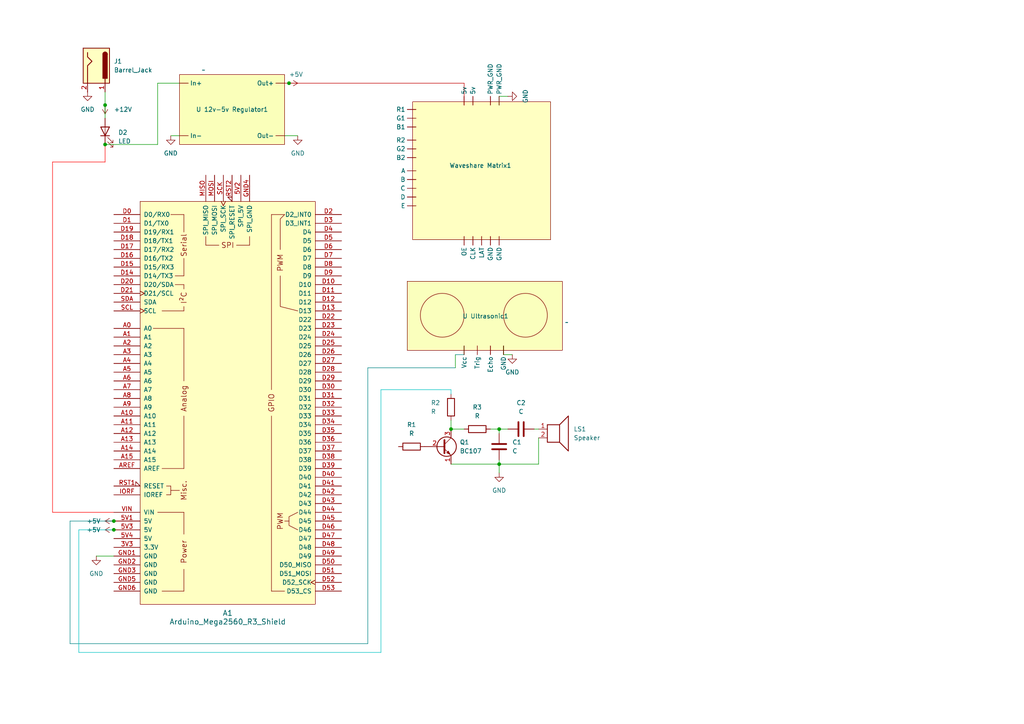
<source format=kicad_sch>
(kicad_sch
	(version 20231120)
	(generator "eeschema")
	(generator_version "8.0")
	(uuid "8c136532-4f3a-4790-9170-597a2f86a191")
	(paper "A4")
	(title_block
		(title "Ben Matrix Board Prototype MK1")
		(date "2024-06-04")
		(rev "1")
		(company "PNP3 Electronics")
	)
	(lib_symbols
		(symbol "Connector:Barrel_Jack"
			(pin_names
				(offset 1.016)
			)
			(exclude_from_sim no)
			(in_bom yes)
			(on_board yes)
			(property "Reference" "J"
				(at 0 5.334 0)
				(effects
					(font
						(size 1.27 1.27)
					)
				)
			)
			(property "Value" "Barrel_Jack"
				(at 0 -5.08 0)
				(effects
					(font
						(size 1.27 1.27)
					)
				)
			)
			(property "Footprint" ""
				(at 1.27 -1.016 0)
				(effects
					(font
						(size 1.27 1.27)
					)
					(hide yes)
				)
			)
			(property "Datasheet" "~"
				(at 1.27 -1.016 0)
				(effects
					(font
						(size 1.27 1.27)
					)
					(hide yes)
				)
			)
			(property "Description" "DC Barrel Jack"
				(at 0 0 0)
				(effects
					(font
						(size 1.27 1.27)
					)
					(hide yes)
				)
			)
			(property "ki_keywords" "DC power barrel jack connector"
				(at 0 0 0)
				(effects
					(font
						(size 1.27 1.27)
					)
					(hide yes)
				)
			)
			(property "ki_fp_filters" "BarrelJack*"
				(at 0 0 0)
				(effects
					(font
						(size 1.27 1.27)
					)
					(hide yes)
				)
			)
			(symbol "Barrel_Jack_0_1"
				(rectangle
					(start -5.08 3.81)
					(end 5.08 -3.81)
					(stroke
						(width 0.254)
						(type default)
					)
					(fill
						(type background)
					)
				)
				(arc
					(start -3.302 3.175)
					(mid -3.9343 2.54)
					(end -3.302 1.905)
					(stroke
						(width 0.254)
						(type default)
					)
					(fill
						(type none)
					)
				)
				(arc
					(start -3.302 3.175)
					(mid -3.9343 2.54)
					(end -3.302 1.905)
					(stroke
						(width 0.254)
						(type default)
					)
					(fill
						(type outline)
					)
				)
				(polyline
					(pts
						(xy 5.08 2.54) (xy 3.81 2.54)
					)
					(stroke
						(width 0.254)
						(type default)
					)
					(fill
						(type none)
					)
				)
				(polyline
					(pts
						(xy -3.81 -2.54) (xy -2.54 -2.54) (xy -1.27 -1.27) (xy 0 -2.54) (xy 2.54 -2.54) (xy 5.08 -2.54)
					)
					(stroke
						(width 0.254)
						(type default)
					)
					(fill
						(type none)
					)
				)
				(rectangle
					(start 3.683 3.175)
					(end -3.302 1.905)
					(stroke
						(width 0.254)
						(type default)
					)
					(fill
						(type outline)
					)
				)
			)
			(symbol "Barrel_Jack_1_1"
				(pin passive line
					(at 7.62 2.54 180)
					(length 2.54)
					(name "~"
						(effects
							(font
								(size 1.27 1.27)
							)
						)
					)
					(number "1"
						(effects
							(font
								(size 1.27 1.27)
							)
						)
					)
				)
				(pin passive line
					(at 7.62 -2.54 180)
					(length 2.54)
					(name "~"
						(effects
							(font
								(size 1.27 1.27)
							)
						)
					)
					(number "2"
						(effects
							(font
								(size 1.27 1.27)
							)
						)
					)
				)
			)
		)
		(symbol "Device:C"
			(pin_numbers hide)
			(pin_names
				(offset 0.254)
			)
			(exclude_from_sim no)
			(in_bom yes)
			(on_board yes)
			(property "Reference" "C"
				(at 0.635 2.54 0)
				(effects
					(font
						(size 1.27 1.27)
					)
					(justify left)
				)
			)
			(property "Value" "C"
				(at 0.635 -2.54 0)
				(effects
					(font
						(size 1.27 1.27)
					)
					(justify left)
				)
			)
			(property "Footprint" ""
				(at 0.9652 -3.81 0)
				(effects
					(font
						(size 1.27 1.27)
					)
					(hide yes)
				)
			)
			(property "Datasheet" "~"
				(at 0 0 0)
				(effects
					(font
						(size 1.27 1.27)
					)
					(hide yes)
				)
			)
			(property "Description" "Unpolarized capacitor"
				(at 0 0 0)
				(effects
					(font
						(size 1.27 1.27)
					)
					(hide yes)
				)
			)
			(property "ki_keywords" "cap capacitor"
				(at 0 0 0)
				(effects
					(font
						(size 1.27 1.27)
					)
					(hide yes)
				)
			)
			(property "ki_fp_filters" "C_*"
				(at 0 0 0)
				(effects
					(font
						(size 1.27 1.27)
					)
					(hide yes)
				)
			)
			(symbol "C_0_1"
				(polyline
					(pts
						(xy -2.032 -0.762) (xy 2.032 -0.762)
					)
					(stroke
						(width 0.508)
						(type default)
					)
					(fill
						(type none)
					)
				)
				(polyline
					(pts
						(xy -2.032 0.762) (xy 2.032 0.762)
					)
					(stroke
						(width 0.508)
						(type default)
					)
					(fill
						(type none)
					)
				)
			)
			(symbol "C_1_1"
				(pin passive line
					(at 0 3.81 270)
					(length 2.794)
					(name "~"
						(effects
							(font
								(size 1.27 1.27)
							)
						)
					)
					(number "1"
						(effects
							(font
								(size 1.27 1.27)
							)
						)
					)
				)
				(pin passive line
					(at 0 -3.81 90)
					(length 2.794)
					(name "~"
						(effects
							(font
								(size 1.27 1.27)
							)
						)
					)
					(number "2"
						(effects
							(font
								(size 1.27 1.27)
							)
						)
					)
				)
			)
		)
		(symbol "Device:LED"
			(pin_numbers hide)
			(pin_names
				(offset 1.016) hide)
			(exclude_from_sim no)
			(in_bom yes)
			(on_board yes)
			(property "Reference" "D"
				(at 0 2.54 0)
				(effects
					(font
						(size 1.27 1.27)
					)
				)
			)
			(property "Value" "LED"
				(at 0 -2.54 0)
				(effects
					(font
						(size 1.27 1.27)
					)
				)
			)
			(property "Footprint" ""
				(at 0 0 0)
				(effects
					(font
						(size 1.27 1.27)
					)
					(hide yes)
				)
			)
			(property "Datasheet" "~"
				(at 0 0 0)
				(effects
					(font
						(size 1.27 1.27)
					)
					(hide yes)
				)
			)
			(property "Description" "Light emitting diode"
				(at 0 0 0)
				(effects
					(font
						(size 1.27 1.27)
					)
					(hide yes)
				)
			)
			(property "ki_keywords" "LED diode"
				(at 0 0 0)
				(effects
					(font
						(size 1.27 1.27)
					)
					(hide yes)
				)
			)
			(property "ki_fp_filters" "LED* LED_SMD:* LED_THT:*"
				(at 0 0 0)
				(effects
					(font
						(size 1.27 1.27)
					)
					(hide yes)
				)
			)
			(symbol "LED_0_1"
				(polyline
					(pts
						(xy -1.27 -1.27) (xy -1.27 1.27)
					)
					(stroke
						(width 0.254)
						(type default)
					)
					(fill
						(type none)
					)
				)
				(polyline
					(pts
						(xy -1.27 0) (xy 1.27 0)
					)
					(stroke
						(width 0)
						(type default)
					)
					(fill
						(type none)
					)
				)
				(polyline
					(pts
						(xy 1.27 -1.27) (xy 1.27 1.27) (xy -1.27 0) (xy 1.27 -1.27)
					)
					(stroke
						(width 0.254)
						(type default)
					)
					(fill
						(type none)
					)
				)
				(polyline
					(pts
						(xy -3.048 -0.762) (xy -4.572 -2.286) (xy -3.81 -2.286) (xy -4.572 -2.286) (xy -4.572 -1.524)
					)
					(stroke
						(width 0)
						(type default)
					)
					(fill
						(type none)
					)
				)
				(polyline
					(pts
						(xy -1.778 -0.762) (xy -3.302 -2.286) (xy -2.54 -2.286) (xy -3.302 -2.286) (xy -3.302 -1.524)
					)
					(stroke
						(width 0)
						(type default)
					)
					(fill
						(type none)
					)
				)
			)
			(symbol "LED_1_1"
				(pin passive line
					(at -3.81 0 0)
					(length 2.54)
					(name "K"
						(effects
							(font
								(size 1.27 1.27)
							)
						)
					)
					(number "1"
						(effects
							(font
								(size 1.27 1.27)
							)
						)
					)
				)
				(pin passive line
					(at 3.81 0 180)
					(length 2.54)
					(name "A"
						(effects
							(font
								(size 1.27 1.27)
							)
						)
					)
					(number "2"
						(effects
							(font
								(size 1.27 1.27)
							)
						)
					)
				)
			)
		)
		(symbol "Device:R"
			(pin_numbers hide)
			(pin_names
				(offset 0)
			)
			(exclude_from_sim no)
			(in_bom yes)
			(on_board yes)
			(property "Reference" "R"
				(at 2.032 0 90)
				(effects
					(font
						(size 1.27 1.27)
					)
				)
			)
			(property "Value" "R"
				(at 0 0 90)
				(effects
					(font
						(size 1.27 1.27)
					)
				)
			)
			(property "Footprint" ""
				(at -1.778 0 90)
				(effects
					(font
						(size 1.27 1.27)
					)
					(hide yes)
				)
			)
			(property "Datasheet" "~"
				(at 0 0 0)
				(effects
					(font
						(size 1.27 1.27)
					)
					(hide yes)
				)
			)
			(property "Description" "Resistor"
				(at 0 0 0)
				(effects
					(font
						(size 1.27 1.27)
					)
					(hide yes)
				)
			)
			(property "ki_keywords" "R res resistor"
				(at 0 0 0)
				(effects
					(font
						(size 1.27 1.27)
					)
					(hide yes)
				)
			)
			(property "ki_fp_filters" "R_*"
				(at 0 0 0)
				(effects
					(font
						(size 1.27 1.27)
					)
					(hide yes)
				)
			)
			(symbol "R_0_1"
				(rectangle
					(start -1.016 -2.54)
					(end 1.016 2.54)
					(stroke
						(width 0.254)
						(type default)
					)
					(fill
						(type none)
					)
				)
			)
			(symbol "R_1_1"
				(pin passive line
					(at 0 3.81 270)
					(length 1.27)
					(name "~"
						(effects
							(font
								(size 1.27 1.27)
							)
						)
					)
					(number "1"
						(effects
							(font
								(size 1.27 1.27)
							)
						)
					)
				)
				(pin passive line
					(at 0 -3.81 90)
					(length 1.27)
					(name "~"
						(effects
							(font
								(size 1.27 1.27)
							)
						)
					)
					(number "2"
						(effects
							(font
								(size 1.27 1.27)
							)
						)
					)
				)
			)
		)
		(symbol "Device:Speaker"
			(pin_names
				(offset 0) hide)
			(exclude_from_sim no)
			(in_bom yes)
			(on_board yes)
			(property "Reference" "LS"
				(at 1.27 5.715 0)
				(effects
					(font
						(size 1.27 1.27)
					)
					(justify right)
				)
			)
			(property "Value" "Speaker"
				(at 1.27 3.81 0)
				(effects
					(font
						(size 1.27 1.27)
					)
					(justify right)
				)
			)
			(property "Footprint" ""
				(at 0 -5.08 0)
				(effects
					(font
						(size 1.27 1.27)
					)
					(hide yes)
				)
			)
			(property "Datasheet" "~"
				(at -0.254 -1.27 0)
				(effects
					(font
						(size 1.27 1.27)
					)
					(hide yes)
				)
			)
			(property "Description" "Speaker"
				(at 0 0 0)
				(effects
					(font
						(size 1.27 1.27)
					)
					(hide yes)
				)
			)
			(property "ki_keywords" "speaker sound"
				(at 0 0 0)
				(effects
					(font
						(size 1.27 1.27)
					)
					(hide yes)
				)
			)
			(symbol "Speaker_0_0"
				(rectangle
					(start -2.54 1.27)
					(end 1.016 -3.81)
					(stroke
						(width 0.254)
						(type default)
					)
					(fill
						(type none)
					)
				)
				(polyline
					(pts
						(xy 1.016 1.27) (xy 3.556 3.81) (xy 3.556 -6.35) (xy 1.016 -3.81)
					)
					(stroke
						(width 0.254)
						(type default)
					)
					(fill
						(type none)
					)
				)
			)
			(symbol "Speaker_1_1"
				(pin input line
					(at -5.08 0 0)
					(length 2.54)
					(name "1"
						(effects
							(font
								(size 1.27 1.27)
							)
						)
					)
					(number "1"
						(effects
							(font
								(size 1.27 1.27)
							)
						)
					)
				)
				(pin input line
					(at -5.08 -2.54 0)
					(length 2.54)
					(name "2"
						(effects
							(font
								(size 1.27 1.27)
							)
						)
					)
					(number "2"
						(effects
							(font
								(size 1.27 1.27)
							)
						)
					)
				)
			)
		)
		(symbol "Matrix_Board_Lib:DFR0831"
			(exclude_from_sim no)
			(in_bom yes)
			(on_board yes)
			(property "Reference" "U 12v-5v Regulator"
				(at -0.254 0.254 0)
				(effects
					(font
						(size 1.27 1.27)
					)
				)
			)
			(property "Value" ""
				(at -39.37 -12.7 0)
				(effects
					(font
						(size 1.27 1.27)
					)
				)
			)
			(property "Footprint" ""
				(at -39.37 -12.7 0)
				(effects
					(font
						(size 1.27 1.27)
					)
					(hide yes)
				)
			)
			(property "Datasheet" ""
				(at -39.37 -12.7 0)
				(effects
					(font
						(size 1.27 1.27)
					)
					(hide yes)
				)
			)
			(property "Description" ""
				(at -39.37 -12.7 0)
				(effects
					(font
						(size 1.27 1.27)
					)
					(hide yes)
				)
			)
			(symbol "DFR0831_0_1"
				(rectangle
					(start -15.24 10.109)
					(end 15.24 -10.16)
					(stroke
						(width 0)
						(type default)
					)
					(fill
						(type color)
						(color 250 255 186 1)
					)
				)
				(polyline
					(pts
						(xy -31.75 -20.32) (xy -31.75 -20.32)
					)
					(stroke
						(width 0)
						(type default)
					)
					(fill
						(type none)
					)
				)
			)
			(symbol "DFR0831_1_1"
				(pin input line
					(at -15.24 7.62 0)
					(length 2.54)
					(name "In+"
						(effects
							(font
								(size 1.27 1.27)
							)
						)
					)
					(number ""
						(effects
							(font
								(size 1.27 1.27)
							)
						)
					)
				)
				(pin input line
					(at -15.24 -7.62 0)
					(length 2.54)
					(name "In-"
						(effects
							(font
								(size 1.27 1.27)
							)
						)
					)
					(number ""
						(effects
							(font
								(size 1.27 1.27)
							)
						)
					)
				)
				(pin output line
					(at 15.24 7.62 180)
					(length 2.54)
					(name "Out+"
						(effects
							(font
								(size 1.27 1.27)
							)
						)
					)
					(number ""
						(effects
							(font
								(size 1.27 1.27)
							)
						)
					)
				)
				(pin output line
					(at 15.24 -7.62 180)
					(length 2.54)
					(name "Out-"
						(effects
							(font
								(size 1.27 1.27)
							)
						)
					)
					(number ""
						(effects
							(font
								(size 1.27 1.27)
							)
						)
					)
				)
			)
		)
		(symbol "Matrix_Board_Lib:HCSR04_"
			(exclude_from_sim no)
			(in_bom yes)
			(on_board yes)
			(property "Reference" "U Ultrasonic"
				(at 22.606 17.018 0)
				(effects
					(font
						(size 1.27 1.27)
					)
				)
			)
			(property "Value" ""
				(at 0 0 0)
				(effects
					(font
						(size 1.27 1.27)
					)
				)
			)
			(property "Footprint" ""
				(at 0 0 0)
				(effects
					(font
						(size 1.27 1.27)
					)
					(hide yes)
				)
			)
			(property "Datasheet" ""
				(at 0 0 0)
				(effects
					(font
						(size 1.27 1.27)
					)
					(hide yes)
				)
			)
			(property "Description" ""
				(at 0 0 0)
				(effects
					(font
						(size 1.27 1.27)
					)
					(hide yes)
				)
			)
			(symbol "HCSR04__0_1"
				(rectangle
					(start 0 20)
					(end 45 0)
					(stroke
						(width 0)
						(type default)
					)
					(fill
						(type color)
						(color 250 255 189 1)
					)
				)
			)
			(symbol "HCSR04__1_1"
				(circle
					(center 10.16 10.16)
					(radius 6.35)
					(stroke
						(width 0)
						(type default)
					)
					(fill
						(type none)
					)
				)
				(circle
					(center 34.29 10.16)
					(radius 6.35)
					(stroke
						(width 0)
						(type default)
					)
					(fill
						(type none)
					)
				)
				(pin bidirectional line
					(at 24.13 1.27 270)
					(length 2.54)
					(name "Echo"
						(effects
							(font
								(size 1.27 1.27)
							)
						)
					)
					(number ""
						(effects
							(font
								(size 1.27 1.27)
							)
						)
					)
				)
				(pin output line
					(at 27.94 1.27 270)
					(length 2.54)
					(name "GND"
						(effects
							(font
								(size 1.27 1.27)
							)
						)
					)
					(number ""
						(effects
							(font
								(size 1.27 1.27)
							)
						)
					)
				)
				(pin bidirectional line
					(at 20.32 1.27 270)
					(length 2.54)
					(name "Trig"
						(effects
							(font
								(size 1.27 1.27)
							)
						)
					)
					(number ""
						(effects
							(font
								(size 1.27 1.27)
							)
						)
					)
				)
				(pin input line
					(at 16.51 1.27 270)
					(length 2.54)
					(name "Vcc"
						(effects
							(font
								(size 1.27 1.27)
							)
						)
					)
					(number ""
						(effects
							(font
								(size 1.27 1.27)
							)
						)
					)
				)
			)
		)
		(symbol "Matrix_Board_Lib:Waveshare_LED_Matrix"
			(exclude_from_sim no)
			(in_bom yes)
			(on_board yes)
			(property "Reference" "Waveshare Matrix"
				(at -16.764 28.194 0)
				(effects
					(font
						(size 1.27 1.27)
					)
				)
			)
			(property "Value" "Waveshare Matrix"
				(at -16.764 28.194 0)
				(effects
					(font
						(size 1.27 1.27)
					)
				)
			)
			(property "Footprint" "Waveshare Matrix"
				(at -16.764 28.194 0)
				(effects
					(font
						(size 1.27 1.27)
					)
					(hide yes)
				)
			)
			(property "Datasheet" "Waveshare Matrix"
				(at -16.764 28.194 0)
				(effects
					(font
						(size 1.27 1.27)
					)
					(hide yes)
				)
			)
			(property "Description" "Waveshare Matrix"
				(at -16.764 28.194 0)
				(effects
					(font
						(size 1.27 1.27)
					)
					(hide yes)
				)
			)
			(symbol "Waveshare_LED_Matrix_0_1"
				(rectangle
					(start -20 20)
					(end 20 -20)
					(stroke
						(width 0)
						(type default)
					)
					(fill
						(type color)
						(color 255 255 194 1)
					)
				)
			)
			(symbol "Waveshare_LED_Matrix_1_1"
				(pin input line
					(at -5.08 19.05 90)
					(length 2.54)
					(name "5v"
						(effects
							(font
								(size 1.27 1.27)
							)
						)
					)
					(number ""
						(effects
							(font
								(size 1.27 1.27)
							)
						)
					)
				)
				(pin input line
					(at -2.54 19.05 90)
					(length 2.54)
					(name "5v"
						(effects
							(font
								(size 1.27 1.27)
							)
						)
					)
					(number ""
						(effects
							(font
								(size 1.27 1.27)
							)
						)
					)
				)
				(pin input line
					(at -19.05 0 180)
					(length 2.54)
					(name "A"
						(effects
							(font
								(size 1.27 1.27)
							)
						)
					)
					(number ""
						(effects
							(font
								(size 1.27 1.27)
							)
						)
					)
				)
				(pin input line
					(at -19.05 -2.54 180)
					(length 2.54)
					(name "B"
						(effects
							(font
								(size 1.27 1.27)
							)
						)
					)
					(number ""
						(effects
							(font
								(size 1.27 1.27)
							)
						)
					)
				)
				(pin input line
					(at -19.05 12.7 180)
					(length 2.54)
					(name "B1"
						(effects
							(font
								(size 1.27 1.27)
							)
						)
					)
					(number ""
						(effects
							(font
								(size 1.27 1.27)
							)
						)
					)
				)
				(pin input line
					(at -19.05 3.81 180)
					(length 2.54)
					(name "B2"
						(effects
							(font
								(size 1.27 1.27)
							)
						)
					)
					(number ""
						(effects
							(font
								(size 1.27 1.27)
							)
						)
					)
				)
				(pin input line
					(at -19.05 -5.08 180)
					(length 2.54)
					(name "C"
						(effects
							(font
								(size 1.27 1.27)
							)
						)
					)
					(number ""
						(effects
							(font
								(size 1.27 1.27)
							)
						)
					)
				)
				(pin input line
					(at -2.54 -19.05 270)
					(length 2.54)
					(name "CLK"
						(effects
							(font
								(size 1.27 1.27)
							)
						)
					)
					(number ""
						(effects
							(font
								(size 1.27 1.27)
							)
						)
					)
				)
				(pin input line
					(at -19.05 -7.62 180)
					(length 2.54)
					(name "D"
						(effects
							(font
								(size 1.27 1.27)
							)
						)
					)
					(number ""
						(effects
							(font
								(size 1.27 1.27)
							)
						)
					)
				)
				(pin input line
					(at -19.05 -10.16 180)
					(length 2.54)
					(name "E"
						(effects
							(font
								(size 1.27 1.27)
							)
						)
					)
					(number ""
						(effects
							(font
								(size 1.27 1.27)
							)
						)
					)
				)
				(pin input line
					(at -19.05 15.24 180)
					(length 2.54)
					(name "G1"
						(effects
							(font
								(size 1.27 1.27)
							)
						)
					)
					(number ""
						(effects
							(font
								(size 1.27 1.27)
							)
						)
					)
				)
				(pin input line
					(at -19.05 6.35 180)
					(length 2.54)
					(name "G2"
						(effects
							(font
								(size 1.27 1.27)
							)
						)
					)
					(number ""
						(effects
							(font
								(size 1.27 1.27)
							)
						)
					)
				)
				(pin output line
					(at 2.54 -19.05 270)
					(length 2.54)
					(name "GND"
						(effects
							(font
								(size 1.27 1.27)
							)
						)
					)
					(number ""
						(effects
							(font
								(size 1.27 1.27)
							)
						)
					)
				)
				(pin output line
					(at 5.08 -19.05 270)
					(length 2.54)
					(name "GND"
						(effects
							(font
								(size 1.27 1.27)
							)
						)
					)
					(number ""
						(effects
							(font
								(size 1.27 1.27)
							)
						)
					)
				)
				(pin input line
					(at 0 -19.05 270)
					(length 2.54)
					(name "LAT"
						(effects
							(font
								(size 1.27 1.27)
							)
						)
					)
					(number ""
						(effects
							(font
								(size 1.27 1.27)
							)
						)
					)
				)
				(pin input line
					(at -5.08 -19.05 270)
					(length 2.54)
					(name "OE"
						(effects
							(font
								(size 1.27 1.27)
							)
						)
					)
					(number ""
						(effects
							(font
								(size 1.27 1.27)
							)
						)
					)
				)
				(pin output line
					(at 2.54 19.05 90)
					(length 2.54)
					(name "PWR_GND"
						(effects
							(font
								(size 1.27 1.27)
							)
						)
					)
					(number ""
						(effects
							(font
								(size 1.27 1.27)
							)
						)
					)
				)
				(pin output line
					(at 5.08 19.05 90)
					(length 2.54)
					(name "PWR_GND"
						(effects
							(font
								(size 1.27 1.27)
							)
						)
					)
					(number ""
						(effects
							(font
								(size 1.27 1.27)
							)
						)
					)
				)
				(pin input line
					(at -19.05 17.78 180)
					(length 2.54)
					(name "R1"
						(effects
							(font
								(size 1.27 1.27)
							)
						)
					)
					(number ""
						(effects
							(font
								(size 1.27 1.27)
							)
						)
					)
				)
				(pin input line
					(at -19.05 8.89 180)
					(length 2.54)
					(name "R2"
						(effects
							(font
								(size 1.27 1.27)
							)
						)
					)
					(number ""
						(effects
							(font
								(size 1.27 1.27)
							)
						)
					)
				)
			)
		)
		(symbol "Transistor_BJT:BC107"
			(pin_names
				(offset 0) hide)
			(exclude_from_sim no)
			(in_bom yes)
			(on_board yes)
			(property "Reference" "Q"
				(at 5.08 1.905 0)
				(effects
					(font
						(size 1.27 1.27)
					)
					(justify left)
				)
			)
			(property "Value" "BC107"
				(at 5.08 0 0)
				(effects
					(font
						(size 1.27 1.27)
					)
					(justify left)
				)
			)
			(property "Footprint" "Package_TO_SOT_THT:TO-18-3"
				(at 5.08 -1.905 0)
				(effects
					(font
						(size 1.27 1.27)
						(italic yes)
					)
					(justify left)
					(hide yes)
				)
			)
			(property "Datasheet" "http://www.b-kainka.de/Daten/Transistor/BC108.pdf"
				(at 0 0 0)
				(effects
					(font
						(size 1.27 1.27)
					)
					(justify left)
					(hide yes)
				)
			)
			(property "Description" "0.1A Ic, 50V Vce, Low Noise General Purpose NPN Transistor, TO-18"
				(at 0 0 0)
				(effects
					(font
						(size 1.27 1.27)
					)
					(hide yes)
				)
			)
			(property "ki_keywords" "NPN low noise transistor"
				(at 0 0 0)
				(effects
					(font
						(size 1.27 1.27)
					)
					(hide yes)
				)
			)
			(property "ki_fp_filters" "TO?18*"
				(at 0 0 0)
				(effects
					(font
						(size 1.27 1.27)
					)
					(hide yes)
				)
			)
			(symbol "BC107_0_1"
				(polyline
					(pts
						(xy 0.635 0.635) (xy 2.54 2.54)
					)
					(stroke
						(width 0)
						(type default)
					)
					(fill
						(type none)
					)
				)
				(polyline
					(pts
						(xy 0.635 -0.635) (xy 2.54 -2.54) (xy 2.54 -2.54)
					)
					(stroke
						(width 0)
						(type default)
					)
					(fill
						(type none)
					)
				)
				(polyline
					(pts
						(xy 0.635 1.905) (xy 0.635 -1.905) (xy 0.635 -1.905)
					)
					(stroke
						(width 0.508)
						(type default)
					)
					(fill
						(type none)
					)
				)
				(polyline
					(pts
						(xy 1.27 -1.778) (xy 1.778 -1.27) (xy 2.286 -2.286) (xy 1.27 -1.778) (xy 1.27 -1.778)
					)
					(stroke
						(width 0)
						(type default)
					)
					(fill
						(type outline)
					)
				)
				(circle
					(center 1.27 0)
					(radius 2.8194)
					(stroke
						(width 0.254)
						(type default)
					)
					(fill
						(type none)
					)
				)
			)
			(symbol "BC107_1_1"
				(pin passive line
					(at 2.54 -5.08 90)
					(length 2.54)
					(name "E"
						(effects
							(font
								(size 1.27 1.27)
							)
						)
					)
					(number "1"
						(effects
							(font
								(size 1.27 1.27)
							)
						)
					)
				)
				(pin input line
					(at -5.08 0 0)
					(length 5.715)
					(name "B"
						(effects
							(font
								(size 1.27 1.27)
							)
						)
					)
					(number "2"
						(effects
							(font
								(size 1.27 1.27)
							)
						)
					)
				)
				(pin passive line
					(at 2.54 5.08 270)
					(length 2.54)
					(name "C"
						(effects
							(font
								(size 1.27 1.27)
							)
						)
					)
					(number "3"
						(effects
							(font
								(size 1.27 1.27)
							)
						)
					)
				)
			)
		)
		(symbol "arduino-library:Arduino_Mega2560_R3_Shield"
			(pin_names
				(offset 1.016)
			)
			(exclude_from_sim no)
			(in_bom yes)
			(on_board yes)
			(property "Reference" "A"
				(at 0 -62.23 0)
				(effects
					(font
						(size 1.524 1.524)
					)
				)
			)
			(property "Value" "Arduino_Mega2560_R3_Shield"
				(at 0 -66.04 0)
				(effects
					(font
						(size 1.524 1.524)
					)
				)
			)
			(property "Footprint" "PCM_arduino-library:Arduino_Mega2560_R3_Shield"
				(at 0 -73.66 0)
				(effects
					(font
						(size 1.524 1.524)
					)
					(hide yes)
				)
			)
			(property "Datasheet" "https://docs.arduino.cc/hardware/mega-2560"
				(at 0 -69.85 0)
				(effects
					(font
						(size 1.524 1.524)
					)
					(hide yes)
				)
			)
			(property "Description" "Shield for Arduino Mega 2560 R3"
				(at 0 0 0)
				(effects
					(font
						(size 1.27 1.27)
					)
					(hide yes)
				)
			)
			(property "ki_keywords" "Arduino MPU Shield"
				(at 0 0 0)
				(effects
					(font
						(size 1.27 1.27)
					)
					(hide yes)
				)
			)
			(property "ki_fp_filters" "Arduino_Mega2560_R3_Shield"
				(at 0 0 0)
				(effects
					(font
						(size 1.27 1.27)
					)
					(hide yes)
				)
			)
			(symbol "Arduino_Mega2560_R3_Shield_0_0"
				(rectangle
					(start -25.4 -58.42)
					(end 25.4 58.42)
					(stroke
						(width 0)
						(type default)
					)
					(fill
						(type background)
					)
				)
				(rectangle
					(start -20.32 -31.75)
					(end -12.7 -31.75)
					(stroke
						(width 0)
						(type default)
					)
					(fill
						(type none)
					)
				)
				(rectangle
					(start -19.05 -54.61)
					(end -12.7 -54.61)
					(stroke
						(width 0)
						(type default)
					)
					(fill
						(type none)
					)
				)
				(rectangle
					(start -19.05 -19.05)
					(end -12.7 -19.05)
					(stroke
						(width 0)
						(type default)
					)
					(fill
						(type none)
					)
				)
				(rectangle
					(start -19.05 26.67)
					(end -12.7 26.67)
					(stroke
						(width 0)
						(type default)
					)
					(fill
						(type none)
					)
				)
				(rectangle
					(start -17.78 -26.67)
					(end -16.51 -26.67)
					(stroke
						(width 0)
						(type default)
					)
					(fill
						(type none)
					)
				)
				(rectangle
					(start -17.78 -24.13)
					(end -16.51 -24.13)
					(stroke
						(width 0)
						(type default)
					)
					(fill
						(type none)
					)
				)
				(rectangle
					(start -16.51 -25.4)
					(end -13.97 -25.4)
					(stroke
						(width 0)
						(type default)
					)
					(fill
						(type none)
					)
				)
				(rectangle
					(start -16.51 -24.13)
					(end -16.51 -26.67)
					(stroke
						(width 0)
						(type default)
					)
					(fill
						(type none)
					)
				)
				(rectangle
					(start -16.51 54.61)
					(end -12.7 54.61)
					(stroke
						(width 0)
						(type default)
					)
					(fill
						(type none)
					)
				)
				(rectangle
					(start -15.24 34.29)
					(end -12.7 34.29)
					(stroke
						(width 0)
						(type default)
					)
					(fill
						(type none)
					)
				)
				(rectangle
					(start -15.24 36.83)
					(end -12.7 36.83)
					(stroke
						(width 0)
						(type default)
					)
					(fill
						(type none)
					)
				)
				(rectangle
					(start -12.7 -54.61)
					(end -12.7 -48.26)
					(stroke
						(width 0)
						(type default)
					)
					(fill
						(type none)
					)
				)
				(rectangle
					(start -12.7 -31.75)
					(end -12.7 -38.1)
					(stroke
						(width 0)
						(type default)
					)
					(fill
						(type none)
					)
				)
				(rectangle
					(start -12.7 26.67)
					(end -12.7 27.94)
					(stroke
						(width 0)
						(type default)
					)
					(fill
						(type none)
					)
				)
				(rectangle
					(start -12.7 34.29)
					(end -12.7 33.02)
					(stroke
						(width 0)
						(type default)
					)
					(fill
						(type none)
					)
				)
				(rectangle
					(start -12.7 41.91)
					(end -12.7 36.83)
					(stroke
						(width 0)
						(type default)
					)
					(fill
						(type none)
					)
				)
				(rectangle
					(start -12.7 49.53)
					(end -12.7 54.61)
					(stroke
						(width 0)
						(type default)
					)
					(fill
						(type none)
					)
				)
				(rectangle
					(start -6.35 48.26)
					(end -6.35 45.72)
					(stroke
						(width 0)
						(type default)
					)
					(fill
						(type none)
					)
				)
				(rectangle
					(start -2.54 45.72)
					(end -6.35 45.72)
					(stroke
						(width 0)
						(type default)
					)
					(fill
						(type none)
					)
				)
				(polyline
					(pts
						(xy -21.59 21.59) (xy -12.7 21.59)
					)
					(stroke
						(width 0)
						(type default)
					)
					(fill
						(type none)
					)
				)
				(polyline
					(pts
						(xy -12.7 -19.05) (xy -12.7 -3.81)
					)
					(stroke
						(width 0)
						(type default)
					)
					(fill
						(type none)
					)
				)
				(polyline
					(pts
						(xy -12.7 6.35) (xy -12.7 21.59)
					)
					(stroke
						(width 0)
						(type default)
					)
					(fill
						(type none)
					)
				)
				(polyline
					(pts
						(xy 12.7 -54.61) (xy 16.51 -54.61)
					)
					(stroke
						(width 0)
						(type default)
					)
					(fill
						(type none)
					)
				)
				(polyline
					(pts
						(xy 12.7 54.61) (xy 16.51 54.61)
					)
					(stroke
						(width 0)
						(type default)
					)
					(fill
						(type none)
					)
				)
				(polyline
					(pts
						(xy 17.78 -34.29) (xy 16.51 -34.29)
					)
					(stroke
						(width 0)
						(type default)
					)
					(fill
						(type none)
					)
				)
				(polyline
					(pts
						(xy 15.24 36.83) (xy 15.24 27.94) (xy 20.32 26.67)
					)
					(stroke
						(width 0)
						(type default)
					)
					(fill
						(type none)
					)
				)
				(polyline
					(pts
						(xy 15.24 44.45) (xy 15.24 53.34) (xy 16.51 54.61)
					)
					(stroke
						(width 0)
						(type default)
					)
					(fill
						(type none)
					)
				)
				(polyline
					(pts
						(xy 20.32 -31.75) (xy 17.78 -33.02) (xy 17.78 -35.56) (xy 20.32 -36.83)
					)
					(stroke
						(width 0)
						(type default)
					)
					(fill
						(type none)
					)
				)
				(rectangle
					(start 6.35 45.72)
					(end 2.54 45.72)
					(stroke
						(width 0)
						(type default)
					)
					(fill
						(type none)
					)
				)
				(rectangle
					(start 6.35 48.26)
					(end 6.35 45.72)
					(stroke
						(width 0)
						(type default)
					)
					(fill
						(type none)
					)
				)
				(text "Analog"
					(at -12.7 1.27 900)
					(effects
						(font
							(size 1.524 1.524)
						)
					)
				)
				(text "I²C"
					(at -12.7 30.48 900)
					(effects
						(font
							(size 1.524 1.524)
						)
					)
				)
				(text "Misc."
					(at -12.7 -25.4 900)
					(effects
						(font
							(size 1.524 1.524)
						)
					)
				)
				(text "Power"
					(at -12.7 -43.18 900)
					(effects
						(font
							(size 1.524 1.524)
						)
					)
				)
				(text "PWM"
					(at 15.24 -34.29 900)
					(effects
						(font
							(size 1.524 1.524)
						)
					)
				)
				(text "PWM"
					(at 15.24 40.64 900)
					(effects
						(font
							(size 1.524 1.524)
						)
					)
				)
				(text "Serial"
					(at -12.7 45.72 900)
					(effects
						(font
							(size 1.524 1.524)
						)
					)
				)
				(text "SPI"
					(at 0 45.72 0)
					(effects
						(font
							(size 1.524 1.524)
						)
					)
				)
			)
			(symbol "Arduino_Mega2560_R3_Shield_1_0"
				(rectangle
					(start 12.7 -54.61)
					(end 12.7 -3.81)
					(stroke
						(width 0)
						(type default)
					)
					(fill
						(type none)
					)
				)
				(rectangle
					(start 12.7 54.61)
					(end 12.7 3.81)
					(stroke
						(width 0)
						(type default)
					)
					(fill
						(type none)
					)
				)
				(text "GPIO"
					(at 12.7 0 900)
					(effects
						(font
							(size 1.524 1.524)
						)
					)
				)
			)
			(symbol "Arduino_Mega2560_R3_Shield_1_1"
				(pin power_out line
					(at -33.02 -41.91 0)
					(length 7.62)
					(name "3.3V"
						(effects
							(font
								(size 1.27 1.27)
							)
						)
					)
					(number "3V3"
						(effects
							(font
								(size 1.27 1.27)
							)
						)
					)
				)
				(pin power_in line
					(at -33.02 -34.29 0)
					(length 7.62)
					(name "5V"
						(effects
							(font
								(size 1.27 1.27)
							)
						)
					)
					(number "5V1"
						(effects
							(font
								(size 1.27 1.27)
							)
						)
					)
				)
				(pin power_in line
					(at 3.81 66.04 270)
					(length 7.62)
					(name "SPI_5V"
						(effects
							(font
								(size 1.27 1.27)
							)
						)
					)
					(number "5V2"
						(effects
							(font
								(size 1.27 1.27)
							)
						)
					)
				)
				(pin power_in line
					(at -33.02 -36.83 0)
					(length 7.62)
					(name "5V"
						(effects
							(font
								(size 1.27 1.27)
							)
						)
					)
					(number "5V3"
						(effects
							(font
								(size 1.27 1.27)
							)
						)
					)
				)
				(pin power_in line
					(at -33.02 -39.37 0)
					(length 7.62)
					(name "5V"
						(effects
							(font
								(size 1.27 1.27)
							)
						)
					)
					(number "5V4"
						(effects
							(font
								(size 1.27 1.27)
							)
						)
					)
				)
				(pin bidirectional line
					(at -33.02 21.59 0)
					(length 7.62)
					(name "A0"
						(effects
							(font
								(size 1.27 1.27)
							)
						)
					)
					(number "A0"
						(effects
							(font
								(size 1.27 1.27)
							)
						)
					)
				)
				(pin bidirectional line
					(at -33.02 19.05 0)
					(length 7.62)
					(name "A1"
						(effects
							(font
								(size 1.27 1.27)
							)
						)
					)
					(number "A1"
						(effects
							(font
								(size 1.27 1.27)
							)
						)
					)
				)
				(pin bidirectional line
					(at -33.02 -3.81 0)
					(length 7.62)
					(name "A10"
						(effects
							(font
								(size 1.27 1.27)
							)
						)
					)
					(number "A10"
						(effects
							(font
								(size 1.27 1.27)
							)
						)
					)
				)
				(pin bidirectional line
					(at -33.02 -6.35 0)
					(length 7.62)
					(name "A11"
						(effects
							(font
								(size 1.27 1.27)
							)
						)
					)
					(number "A11"
						(effects
							(font
								(size 1.27 1.27)
							)
						)
					)
				)
				(pin bidirectional line
					(at -33.02 -8.89 0)
					(length 7.62)
					(name "A12"
						(effects
							(font
								(size 1.27 1.27)
							)
						)
					)
					(number "A12"
						(effects
							(font
								(size 1.27 1.27)
							)
						)
					)
				)
				(pin bidirectional line
					(at -33.02 -11.43 0)
					(length 7.62)
					(name "A13"
						(effects
							(font
								(size 1.27 1.27)
							)
						)
					)
					(number "A13"
						(effects
							(font
								(size 1.27 1.27)
							)
						)
					)
				)
				(pin bidirectional line
					(at -33.02 -13.97 0)
					(length 7.62)
					(name "A14"
						(effects
							(font
								(size 1.27 1.27)
							)
						)
					)
					(number "A14"
						(effects
							(font
								(size 1.27 1.27)
							)
						)
					)
				)
				(pin bidirectional line
					(at -33.02 -16.51 0)
					(length 7.62)
					(name "A15"
						(effects
							(font
								(size 1.27 1.27)
							)
						)
					)
					(number "A15"
						(effects
							(font
								(size 1.27 1.27)
							)
						)
					)
				)
				(pin bidirectional line
					(at -33.02 16.51 0)
					(length 7.62)
					(name "A2"
						(effects
							(font
								(size 1.27 1.27)
							)
						)
					)
					(number "A2"
						(effects
							(font
								(size 1.27 1.27)
							)
						)
					)
				)
				(pin bidirectional line
					(at -33.02 13.97 0)
					(length 7.62)
					(name "A3"
						(effects
							(font
								(size 1.27 1.27)
							)
						)
					)
					(number "A3"
						(effects
							(font
								(size 1.27 1.27)
							)
						)
					)
				)
				(pin bidirectional line
					(at -33.02 11.43 0)
					(length 7.62)
					(name "A4"
						(effects
							(font
								(size 1.27 1.27)
							)
						)
					)
					(number "A4"
						(effects
							(font
								(size 1.27 1.27)
							)
						)
					)
				)
				(pin bidirectional line
					(at -33.02 8.89 0)
					(length 7.62)
					(name "A5"
						(effects
							(font
								(size 1.27 1.27)
							)
						)
					)
					(number "A5"
						(effects
							(font
								(size 1.27 1.27)
							)
						)
					)
				)
				(pin bidirectional line
					(at -33.02 6.35 0)
					(length 7.62)
					(name "A6"
						(effects
							(font
								(size 1.27 1.27)
							)
						)
					)
					(number "A6"
						(effects
							(font
								(size 1.27 1.27)
							)
						)
					)
				)
				(pin bidirectional line
					(at -33.02 3.81 0)
					(length 7.62)
					(name "A7"
						(effects
							(font
								(size 1.27 1.27)
							)
						)
					)
					(number "A7"
						(effects
							(font
								(size 1.27 1.27)
							)
						)
					)
				)
				(pin bidirectional line
					(at -33.02 1.27 0)
					(length 7.62)
					(name "A8"
						(effects
							(font
								(size 1.27 1.27)
							)
						)
					)
					(number "A8"
						(effects
							(font
								(size 1.27 1.27)
							)
						)
					)
				)
				(pin bidirectional line
					(at -33.02 -1.27 0)
					(length 7.62)
					(name "A9"
						(effects
							(font
								(size 1.27 1.27)
							)
						)
					)
					(number "A9"
						(effects
							(font
								(size 1.27 1.27)
							)
						)
					)
				)
				(pin input line
					(at -33.02 -19.05 0)
					(length 7.62)
					(name "AREF"
						(effects
							(font
								(size 1.27 1.27)
							)
						)
					)
					(number "AREF"
						(effects
							(font
								(size 1.27 1.27)
							)
						)
					)
				)
				(pin bidirectional line
					(at -33.02 54.61 0)
					(length 7.62)
					(name "D0/RX0"
						(effects
							(font
								(size 1.27 1.27)
							)
						)
					)
					(number "D0"
						(effects
							(font
								(size 1.27 1.27)
							)
						)
					)
				)
				(pin bidirectional line
					(at -33.02 52.07 0)
					(length 7.62)
					(name "D1/TX0"
						(effects
							(font
								(size 1.27 1.27)
							)
						)
					)
					(number "D1"
						(effects
							(font
								(size 1.27 1.27)
							)
						)
					)
				)
				(pin bidirectional line
					(at 33.02 34.29 180)
					(length 7.62)
					(name "D10"
						(effects
							(font
								(size 1.27 1.27)
							)
						)
					)
					(number "D10"
						(effects
							(font
								(size 1.27 1.27)
							)
						)
					)
				)
				(pin bidirectional line
					(at 33.02 31.75 180)
					(length 7.62)
					(name "D11"
						(effects
							(font
								(size 1.27 1.27)
							)
						)
					)
					(number "D11"
						(effects
							(font
								(size 1.27 1.27)
							)
						)
					)
				)
				(pin bidirectional line
					(at 33.02 29.21 180)
					(length 7.62)
					(name "D12"
						(effects
							(font
								(size 1.27 1.27)
							)
						)
					)
					(number "D12"
						(effects
							(font
								(size 1.27 1.27)
							)
						)
					)
				)
				(pin bidirectional line
					(at 33.02 26.67 180)
					(length 7.62)
					(name "D13"
						(effects
							(font
								(size 1.27 1.27)
							)
						)
					)
					(number "D13"
						(effects
							(font
								(size 1.27 1.27)
							)
						)
					)
				)
				(pin bidirectional line
					(at -33.02 36.83 0)
					(length 7.62)
					(name "D14/TX3"
						(effects
							(font
								(size 1.27 1.27)
							)
						)
					)
					(number "D14"
						(effects
							(font
								(size 1.27 1.27)
							)
						)
					)
				)
				(pin bidirectional line
					(at -33.02 39.37 0)
					(length 7.62)
					(name "D15/RX3"
						(effects
							(font
								(size 1.27 1.27)
							)
						)
					)
					(number "D15"
						(effects
							(font
								(size 1.27 1.27)
							)
						)
					)
				)
				(pin bidirectional line
					(at -33.02 41.91 0)
					(length 7.62)
					(name "D16/TX2"
						(effects
							(font
								(size 1.27 1.27)
							)
						)
					)
					(number "D16"
						(effects
							(font
								(size 1.27 1.27)
							)
						)
					)
				)
				(pin bidirectional line
					(at -33.02 44.45 0)
					(length 7.62)
					(name "D17/RX2"
						(effects
							(font
								(size 1.27 1.27)
							)
						)
					)
					(number "D17"
						(effects
							(font
								(size 1.27 1.27)
							)
						)
					)
				)
				(pin bidirectional line
					(at -33.02 46.99 0)
					(length 7.62)
					(name "D18/TX1"
						(effects
							(font
								(size 1.27 1.27)
							)
						)
					)
					(number "D18"
						(effects
							(font
								(size 1.27 1.27)
							)
						)
					)
				)
				(pin bidirectional line
					(at -33.02 49.53 0)
					(length 7.62)
					(name "D19/RX1"
						(effects
							(font
								(size 1.27 1.27)
							)
						)
					)
					(number "D19"
						(effects
							(font
								(size 1.27 1.27)
							)
						)
					)
				)
				(pin bidirectional line
					(at 33.02 54.61 180)
					(length 7.62)
					(name "D2_INT0"
						(effects
							(font
								(size 1.27 1.27)
							)
						)
					)
					(number "D2"
						(effects
							(font
								(size 1.27 1.27)
							)
						)
					)
				)
				(pin bidirectional line
					(at -33.02 34.29 0)
					(length 7.62)
					(name "D20/SDA"
						(effects
							(font
								(size 1.27 1.27)
							)
						)
					)
					(number "D20"
						(effects
							(font
								(size 1.27 1.27)
							)
						)
					)
				)
				(pin bidirectional clock
					(at -33.02 31.75 0)
					(length 7.62)
					(name "D21/SCL"
						(effects
							(font
								(size 1.27 1.27)
							)
						)
					)
					(number "D21"
						(effects
							(font
								(size 1.27 1.27)
							)
						)
					)
				)
				(pin bidirectional line
					(at 33.02 24.13 180)
					(length 7.62)
					(name "D22"
						(effects
							(font
								(size 1.27 1.27)
							)
						)
					)
					(number "D22"
						(effects
							(font
								(size 1.27 1.27)
							)
						)
					)
				)
				(pin bidirectional line
					(at 33.02 21.59 180)
					(length 7.62)
					(name "D23"
						(effects
							(font
								(size 1.27 1.27)
							)
						)
					)
					(number "D23"
						(effects
							(font
								(size 1.27 1.27)
							)
						)
					)
				)
				(pin bidirectional line
					(at 33.02 19.05 180)
					(length 7.62)
					(name "D24"
						(effects
							(font
								(size 1.27 1.27)
							)
						)
					)
					(number "D24"
						(effects
							(font
								(size 1.27 1.27)
							)
						)
					)
				)
				(pin bidirectional line
					(at 33.02 16.51 180)
					(length 7.62)
					(name "D25"
						(effects
							(font
								(size 1.27 1.27)
							)
						)
					)
					(number "D25"
						(effects
							(font
								(size 1.27 1.27)
							)
						)
					)
				)
				(pin bidirectional line
					(at 33.02 13.97 180)
					(length 7.62)
					(name "D26"
						(effects
							(font
								(size 1.27 1.27)
							)
						)
					)
					(number "D26"
						(effects
							(font
								(size 1.27 1.27)
							)
						)
					)
				)
				(pin bidirectional line
					(at 33.02 11.43 180)
					(length 7.62)
					(name "D27"
						(effects
							(font
								(size 1.27 1.27)
							)
						)
					)
					(number "D27"
						(effects
							(font
								(size 1.27 1.27)
							)
						)
					)
				)
				(pin bidirectional line
					(at 33.02 8.89 180)
					(length 7.62)
					(name "D28"
						(effects
							(font
								(size 1.27 1.27)
							)
						)
					)
					(number "D28"
						(effects
							(font
								(size 1.27 1.27)
							)
						)
					)
				)
				(pin bidirectional line
					(at 33.02 6.35 180)
					(length 7.62)
					(name "D29"
						(effects
							(font
								(size 1.27 1.27)
							)
						)
					)
					(number "D29"
						(effects
							(font
								(size 1.27 1.27)
							)
						)
					)
				)
				(pin bidirectional line
					(at 33.02 52.07 180)
					(length 7.62)
					(name "D3_INT1"
						(effects
							(font
								(size 1.27 1.27)
							)
						)
					)
					(number "D3"
						(effects
							(font
								(size 1.27 1.27)
							)
						)
					)
				)
				(pin bidirectional line
					(at 33.02 3.81 180)
					(length 7.62)
					(name "D30"
						(effects
							(font
								(size 1.27 1.27)
							)
						)
					)
					(number "D30"
						(effects
							(font
								(size 1.27 1.27)
							)
						)
					)
				)
				(pin bidirectional line
					(at 33.02 1.27 180)
					(length 7.62)
					(name "D31"
						(effects
							(font
								(size 1.27 1.27)
							)
						)
					)
					(number "D31"
						(effects
							(font
								(size 1.27 1.27)
							)
						)
					)
				)
				(pin bidirectional line
					(at 33.02 -1.27 180)
					(length 7.62)
					(name "D32"
						(effects
							(font
								(size 1.27 1.27)
							)
						)
					)
					(number "D32"
						(effects
							(font
								(size 1.27 1.27)
							)
						)
					)
				)
				(pin bidirectional line
					(at 33.02 -3.81 180)
					(length 7.62)
					(name "D33"
						(effects
							(font
								(size 1.27 1.27)
							)
						)
					)
					(number "D33"
						(effects
							(font
								(size 1.27 1.27)
							)
						)
					)
				)
				(pin bidirectional line
					(at 33.02 -6.35 180)
					(length 7.62)
					(name "D34"
						(effects
							(font
								(size 1.27 1.27)
							)
						)
					)
					(number "D34"
						(effects
							(font
								(size 1.27 1.27)
							)
						)
					)
				)
				(pin bidirectional line
					(at 33.02 -8.89 180)
					(length 7.62)
					(name "D35"
						(effects
							(font
								(size 1.27 1.27)
							)
						)
					)
					(number "D35"
						(effects
							(font
								(size 1.27 1.27)
							)
						)
					)
				)
				(pin bidirectional line
					(at 33.02 -11.43 180)
					(length 7.62)
					(name "D36"
						(effects
							(font
								(size 1.27 1.27)
							)
						)
					)
					(number "D36"
						(effects
							(font
								(size 1.27 1.27)
							)
						)
					)
				)
				(pin bidirectional line
					(at 33.02 -13.97 180)
					(length 7.62)
					(name "D37"
						(effects
							(font
								(size 1.27 1.27)
							)
						)
					)
					(number "D37"
						(effects
							(font
								(size 1.27 1.27)
							)
						)
					)
				)
				(pin bidirectional line
					(at 33.02 -16.51 180)
					(length 7.62)
					(name "D38"
						(effects
							(font
								(size 1.27 1.27)
							)
						)
					)
					(number "D38"
						(effects
							(font
								(size 1.27 1.27)
							)
						)
					)
				)
				(pin bidirectional line
					(at 33.02 -19.05 180)
					(length 7.62)
					(name "D39"
						(effects
							(font
								(size 1.27 1.27)
							)
						)
					)
					(number "D39"
						(effects
							(font
								(size 1.27 1.27)
							)
						)
					)
				)
				(pin bidirectional line
					(at 33.02 49.53 180)
					(length 7.62)
					(name "D4"
						(effects
							(font
								(size 1.27 1.27)
							)
						)
					)
					(number "D4"
						(effects
							(font
								(size 1.27 1.27)
							)
						)
					)
				)
				(pin bidirectional line
					(at 33.02 -21.59 180)
					(length 7.62)
					(name "D40"
						(effects
							(font
								(size 1.27 1.27)
							)
						)
					)
					(number "D40"
						(effects
							(font
								(size 1.27 1.27)
							)
						)
					)
				)
				(pin bidirectional line
					(at 33.02 -24.13 180)
					(length 7.62)
					(name "D41"
						(effects
							(font
								(size 1.27 1.27)
							)
						)
					)
					(number "D41"
						(effects
							(font
								(size 1.27 1.27)
							)
						)
					)
				)
				(pin bidirectional line
					(at 33.02 -26.67 180)
					(length 7.62)
					(name "D42"
						(effects
							(font
								(size 1.27 1.27)
							)
						)
					)
					(number "D42"
						(effects
							(font
								(size 1.27 1.27)
							)
						)
					)
				)
				(pin bidirectional line
					(at 33.02 -29.21 180)
					(length 7.62)
					(name "D43"
						(effects
							(font
								(size 1.27 1.27)
							)
						)
					)
					(number "D43"
						(effects
							(font
								(size 1.27 1.27)
							)
						)
					)
				)
				(pin bidirectional line
					(at 33.02 -31.75 180)
					(length 7.62)
					(name "D44"
						(effects
							(font
								(size 1.27 1.27)
							)
						)
					)
					(number "D44"
						(effects
							(font
								(size 1.27 1.27)
							)
						)
					)
				)
				(pin bidirectional line
					(at 33.02 -34.29 180)
					(length 7.62)
					(name "D45"
						(effects
							(font
								(size 1.27 1.27)
							)
						)
					)
					(number "D45"
						(effects
							(font
								(size 1.27 1.27)
							)
						)
					)
				)
				(pin bidirectional line
					(at 33.02 -36.83 180)
					(length 7.62)
					(name "D46"
						(effects
							(font
								(size 1.27 1.27)
							)
						)
					)
					(number "D46"
						(effects
							(font
								(size 1.27 1.27)
							)
						)
					)
				)
				(pin bidirectional line
					(at 33.02 -39.37 180)
					(length 7.62)
					(name "D47"
						(effects
							(font
								(size 1.27 1.27)
							)
						)
					)
					(number "D47"
						(effects
							(font
								(size 1.27 1.27)
							)
						)
					)
				)
				(pin bidirectional line
					(at 33.02 -41.91 180)
					(length 7.62)
					(name "D48"
						(effects
							(font
								(size 1.27 1.27)
							)
						)
					)
					(number "D48"
						(effects
							(font
								(size 1.27 1.27)
							)
						)
					)
				)
				(pin bidirectional line
					(at 33.02 -44.45 180)
					(length 7.62)
					(name "D49"
						(effects
							(font
								(size 1.27 1.27)
							)
						)
					)
					(number "D49"
						(effects
							(font
								(size 1.27 1.27)
							)
						)
					)
				)
				(pin bidirectional line
					(at 33.02 46.99 180)
					(length 7.62)
					(name "D5"
						(effects
							(font
								(size 1.27 1.27)
							)
						)
					)
					(number "D5"
						(effects
							(font
								(size 1.27 1.27)
							)
						)
					)
				)
				(pin bidirectional line
					(at 33.02 -46.99 180)
					(length 7.62)
					(name "D50_MISO"
						(effects
							(font
								(size 1.27 1.27)
							)
						)
					)
					(number "D50"
						(effects
							(font
								(size 1.27 1.27)
							)
						)
					)
				)
				(pin bidirectional line
					(at 33.02 -49.53 180)
					(length 7.62)
					(name "D51_MOSI"
						(effects
							(font
								(size 1.27 1.27)
							)
						)
					)
					(number "D51"
						(effects
							(font
								(size 1.27 1.27)
							)
						)
					)
				)
				(pin bidirectional clock
					(at 33.02 -52.07 180)
					(length 7.62)
					(name "D52_SCK"
						(effects
							(font
								(size 1.27 1.27)
							)
						)
					)
					(number "D52"
						(effects
							(font
								(size 1.27 1.27)
							)
						)
					)
				)
				(pin bidirectional line
					(at 33.02 -54.61 180)
					(length 7.62)
					(name "D53_CS"
						(effects
							(font
								(size 1.27 1.27)
							)
						)
					)
					(number "D53"
						(effects
							(font
								(size 1.27 1.27)
							)
						)
					)
				)
				(pin bidirectional line
					(at 33.02 44.45 180)
					(length 7.62)
					(name "D6"
						(effects
							(font
								(size 1.27 1.27)
							)
						)
					)
					(number "D6"
						(effects
							(font
								(size 1.27 1.27)
							)
						)
					)
				)
				(pin bidirectional line
					(at 33.02 41.91 180)
					(length 7.62)
					(name "D7"
						(effects
							(font
								(size 1.27 1.27)
							)
						)
					)
					(number "D7"
						(effects
							(font
								(size 1.27 1.27)
							)
						)
					)
				)
				(pin bidirectional line
					(at 33.02 39.37 180)
					(length 7.62)
					(name "D8"
						(effects
							(font
								(size 1.27 1.27)
							)
						)
					)
					(number "D8"
						(effects
							(font
								(size 1.27 1.27)
							)
						)
					)
				)
				(pin bidirectional line
					(at 33.02 36.83 180)
					(length 7.62)
					(name "D9"
						(effects
							(font
								(size 1.27 1.27)
							)
						)
					)
					(number "D9"
						(effects
							(font
								(size 1.27 1.27)
							)
						)
					)
				)
				(pin power_in line
					(at -33.02 -44.45 0)
					(length 7.62)
					(name "GND"
						(effects
							(font
								(size 1.27 1.27)
							)
						)
					)
					(number "GND1"
						(effects
							(font
								(size 1.27 1.27)
							)
						)
					)
				)
				(pin power_in line
					(at -33.02 -46.99 0)
					(length 7.62)
					(name "GND"
						(effects
							(font
								(size 1.27 1.27)
							)
						)
					)
					(number "GND2"
						(effects
							(font
								(size 1.27 1.27)
							)
						)
					)
				)
				(pin power_in line
					(at -33.02 -49.53 0)
					(length 7.62)
					(name "GND"
						(effects
							(font
								(size 1.27 1.27)
							)
						)
					)
					(number "GND3"
						(effects
							(font
								(size 1.27 1.27)
							)
						)
					)
				)
				(pin power_in line
					(at 6.35 66.04 270)
					(length 7.62)
					(name "SPI_GND"
						(effects
							(font
								(size 1.27 1.27)
							)
						)
					)
					(number "GND4"
						(effects
							(font
								(size 1.27 1.27)
							)
						)
					)
				)
				(pin power_in line
					(at -33.02 -52.07 0)
					(length 7.62)
					(name "GND"
						(effects
							(font
								(size 1.27 1.27)
							)
						)
					)
					(number "GND5"
						(effects
							(font
								(size 1.27 1.27)
							)
						)
					)
				)
				(pin power_in line
					(at -33.02 -54.61 0)
					(length 7.62)
					(name "GND"
						(effects
							(font
								(size 1.27 1.27)
							)
						)
					)
					(number "GND6"
						(effects
							(font
								(size 1.27 1.27)
							)
						)
					)
				)
				(pin output line
					(at -33.02 -26.67 0)
					(length 7.62)
					(name "IOREF"
						(effects
							(font
								(size 1.27 1.27)
							)
						)
					)
					(number "IORF"
						(effects
							(font
								(size 1.27 1.27)
							)
						)
					)
				)
				(pin input line
					(at -6.35 66.04 270)
					(length 7.62)
					(name "SPI_MISO"
						(effects
							(font
								(size 1.27 1.27)
							)
						)
					)
					(number "MISO"
						(effects
							(font
								(size 1.27 1.27)
							)
						)
					)
				)
				(pin output line
					(at -3.81 66.04 270)
					(length 7.62)
					(name "SPI_MOSI"
						(effects
							(font
								(size 1.27 1.27)
							)
						)
					)
					(number "MOSI"
						(effects
							(font
								(size 1.27 1.27)
							)
						)
					)
				)
				(pin open_collector input_low
					(at -33.02 -24.13 0)
					(length 7.62)
					(name "RESET"
						(effects
							(font
								(size 1.27 1.27)
							)
						)
					)
					(number "RST1"
						(effects
							(font
								(size 1.27 1.27)
							)
						)
					)
				)
				(pin open_collector input_low
					(at 1.27 66.04 270)
					(length 7.62)
					(name "SPI_RESET"
						(effects
							(font
								(size 1.27 1.27)
							)
						)
					)
					(number "RST2"
						(effects
							(font
								(size 1.27 1.27)
							)
						)
					)
				)
				(pin output clock
					(at -1.27 66.04 270)
					(length 7.62)
					(name "SPI_SCK"
						(effects
							(font
								(size 1.27 1.27)
							)
						)
					)
					(number "SCK"
						(effects
							(font
								(size 1.27 1.27)
							)
						)
					)
				)
				(pin bidirectional clock
					(at -33.02 26.67 0)
					(length 7.62)
					(name "SCL"
						(effects
							(font
								(size 1.27 1.27)
							)
						)
					)
					(number "SCL"
						(effects
							(font
								(size 1.27 1.27)
							)
						)
					)
				)
				(pin bidirectional line
					(at -33.02 29.21 0)
					(length 7.62)
					(name "SDA"
						(effects
							(font
								(size 1.27 1.27)
							)
						)
					)
					(number "SDA"
						(effects
							(font
								(size 1.27 1.27)
							)
						)
					)
				)
				(pin power_in line
					(at -33.02 -31.75 0)
					(length 7.62)
					(name "VIN"
						(effects
							(font
								(size 1.27 1.27)
							)
						)
					)
					(number "VIN"
						(effects
							(font
								(size 1.27 1.27)
							)
						)
					)
				)
			)
		)
		(symbol "power:+12V"
			(power)
			(pin_numbers hide)
			(pin_names
				(offset 0) hide)
			(exclude_from_sim no)
			(in_bom yes)
			(on_board yes)
			(property "Reference" "#PWR"
				(at 0 -3.81 0)
				(effects
					(font
						(size 1.27 1.27)
					)
					(hide yes)
				)
			)
			(property "Value" "+12V"
				(at 0 3.556 0)
				(effects
					(font
						(size 1.27 1.27)
					)
				)
			)
			(property "Footprint" ""
				(at 0 0 0)
				(effects
					(font
						(size 1.27 1.27)
					)
					(hide yes)
				)
			)
			(property "Datasheet" ""
				(at 0 0 0)
				(effects
					(font
						(size 1.27 1.27)
					)
					(hide yes)
				)
			)
			(property "Description" "Power symbol creates a global label with name \"+12V\""
				(at 0 0 0)
				(effects
					(font
						(size 1.27 1.27)
					)
					(hide yes)
				)
			)
			(property "ki_keywords" "global power"
				(at 0 0 0)
				(effects
					(font
						(size 1.27 1.27)
					)
					(hide yes)
				)
			)
			(symbol "+12V_0_1"
				(polyline
					(pts
						(xy -0.762 1.27) (xy 0 2.54)
					)
					(stroke
						(width 0)
						(type default)
					)
					(fill
						(type none)
					)
				)
				(polyline
					(pts
						(xy 0 0) (xy 0 2.54)
					)
					(stroke
						(width 0)
						(type default)
					)
					(fill
						(type none)
					)
				)
				(polyline
					(pts
						(xy 0 2.54) (xy 0.762 1.27)
					)
					(stroke
						(width 0)
						(type default)
					)
					(fill
						(type none)
					)
				)
			)
			(symbol "+12V_1_1"
				(pin power_in line
					(at 0 0 90)
					(length 0)
					(name "~"
						(effects
							(font
								(size 1.27 1.27)
							)
						)
					)
					(number "1"
						(effects
							(font
								(size 1.27 1.27)
							)
						)
					)
				)
			)
		)
		(symbol "power:+5V"
			(power)
			(pin_numbers hide)
			(pin_names
				(offset 0) hide)
			(exclude_from_sim no)
			(in_bom yes)
			(on_board yes)
			(property "Reference" "#PWR"
				(at 0 -3.81 0)
				(effects
					(font
						(size 1.27 1.27)
					)
					(hide yes)
				)
			)
			(property "Value" "+5V"
				(at 0 3.556 0)
				(effects
					(font
						(size 1.27 1.27)
					)
				)
			)
			(property "Footprint" ""
				(at 0 0 0)
				(effects
					(font
						(size 1.27 1.27)
					)
					(hide yes)
				)
			)
			(property "Datasheet" ""
				(at 0 0 0)
				(effects
					(font
						(size 1.27 1.27)
					)
					(hide yes)
				)
			)
			(property "Description" "Power symbol creates a global label with name \"+5V\""
				(at 0 0 0)
				(effects
					(font
						(size 1.27 1.27)
					)
					(hide yes)
				)
			)
			(property "ki_keywords" "global power"
				(at 0 0 0)
				(effects
					(font
						(size 1.27 1.27)
					)
					(hide yes)
				)
			)
			(symbol "+5V_0_1"
				(polyline
					(pts
						(xy -0.762 1.27) (xy 0 2.54)
					)
					(stroke
						(width 0)
						(type default)
					)
					(fill
						(type none)
					)
				)
				(polyline
					(pts
						(xy 0 0) (xy 0 2.54)
					)
					(stroke
						(width 0)
						(type default)
					)
					(fill
						(type none)
					)
				)
				(polyline
					(pts
						(xy 0 2.54) (xy 0.762 1.27)
					)
					(stroke
						(width 0)
						(type default)
					)
					(fill
						(type none)
					)
				)
			)
			(symbol "+5V_1_1"
				(pin power_in line
					(at 0 0 90)
					(length 0)
					(name "~"
						(effects
							(font
								(size 1.27 1.27)
							)
						)
					)
					(number "1"
						(effects
							(font
								(size 1.27 1.27)
							)
						)
					)
				)
			)
		)
		(symbol "power:GND"
			(power)
			(pin_numbers hide)
			(pin_names
				(offset 0) hide)
			(exclude_from_sim no)
			(in_bom yes)
			(on_board yes)
			(property "Reference" "#PWR"
				(at 0 -6.35 0)
				(effects
					(font
						(size 1.27 1.27)
					)
					(hide yes)
				)
			)
			(property "Value" "GND"
				(at 0 -3.81 0)
				(effects
					(font
						(size 1.27 1.27)
					)
				)
			)
			(property "Footprint" ""
				(at 0 0 0)
				(effects
					(font
						(size 1.27 1.27)
					)
					(hide yes)
				)
			)
			(property "Datasheet" ""
				(at 0 0 0)
				(effects
					(font
						(size 1.27 1.27)
					)
					(hide yes)
				)
			)
			(property "Description" "Power symbol creates a global label with name \"GND\" , ground"
				(at 0 0 0)
				(effects
					(font
						(size 1.27 1.27)
					)
					(hide yes)
				)
			)
			(property "ki_keywords" "global power"
				(at 0 0 0)
				(effects
					(font
						(size 1.27 1.27)
					)
					(hide yes)
				)
			)
			(symbol "GND_0_1"
				(polyline
					(pts
						(xy 0 0) (xy 0 -1.27) (xy 1.27 -1.27) (xy 0 -2.54) (xy -1.27 -1.27) (xy 0 -1.27)
					)
					(stroke
						(width 0)
						(type default)
					)
					(fill
						(type none)
					)
				)
			)
			(symbol "GND_1_1"
				(pin power_in line
					(at 0 0 270)
					(length 0)
					(name "~"
						(effects
							(font
								(size 1.27 1.27)
							)
						)
					)
					(number "1"
						(effects
							(font
								(size 1.27 1.27)
							)
						)
					)
				)
			)
		)
	)
	(junction
		(at 144.78 124.46)
		(diameter 0)
		(color 0 0 0 0)
		(uuid "01dccbbf-4e05-42d2-bfcf-881f3e0fe2ee")
	)
	(junction
		(at 30.48 41.91)
		(diameter 0)
		(color 0 0 0 0)
		(uuid "0fedfde6-9516-403b-b487-cf203cd5be33")
	)
	(junction
		(at 33.02 153.67)
		(diameter 0)
		(color 0 0 0 0)
		(uuid "1b1b4731-e356-4c86-99b7-f4cb4867bc70")
	)
	(junction
		(at 144.78 134.62)
		(diameter 0)
		(color 0 0 0 0)
		(uuid "2546d8ba-d7e9-4a76-a1ae-d7a4896d1720")
	)
	(junction
		(at 30.48 30.48)
		(diameter 0)
		(color 0 0 0 0)
		(uuid "63d5f104-d371-4760-8e47-d9147855b69e")
	)
	(junction
		(at 33.02 151.13)
		(diameter 0)
		(color 0 0 0 0)
		(uuid "66930ed0-d72d-45f2-93dd-79256e2ec981")
	)
	(junction
		(at 83.82 24.13)
		(diameter 0)
		(color 0 0 0 0)
		(uuid "be870101-6ff8-42db-8355-8458994303f9")
	)
	(junction
		(at 130.81 124.46)
		(diameter 0)
		(color 0 0 0 0)
		(uuid "efad8c28-7585-4b15-b125-54967aa43fc7")
	)
	(wire
		(pts
			(xy 144.78 30.48) (xy 144.78 27.94)
		)
		(stroke
			(width 0)
			(type default)
		)
		(uuid "02440074-47ac-4ba1-a47a-7db583837241")
	)
	(wire
		(pts
			(xy 134.62 100.33) (xy 134.62 102.87)
		)
		(stroke
			(width 0)
			(type default)
		)
		(uuid "094c7461-9324-455c-bf55-b02ea9e9ee66")
	)
	(wire
		(pts
			(xy 130.81 124.46) (xy 134.62 124.46)
		)
		(stroke
			(width 0)
			(type default)
		)
		(uuid "0d15b6be-2ec9-4e03-af6c-683013f6d2d7")
	)
	(wire
		(pts
			(xy 142.24 124.46) (xy 144.78 124.46)
		)
		(stroke
			(width 0)
			(type default)
		)
		(uuid "0e1dd2c6-f778-4451-b138-5ea18fe88a0a")
	)
	(wire
		(pts
			(xy 45.72 41.91) (xy 45.72 24.13)
		)
		(stroke
			(width 0)
			(type default)
		)
		(uuid "0ec4bbe7-b6a5-4956-9aa3-282eac8df3f4")
	)
	(wire
		(pts
			(xy 144.78 124.46) (xy 144.78 125.73)
		)
		(stroke
			(width 0)
			(type default)
		)
		(uuid "14c5d092-1807-4b2c-9bd7-bd8a330fef78")
	)
	(wire
		(pts
			(xy 15.24 148.59) (xy 33.02 148.59)
		)
		(stroke
			(width 0)
			(type default)
			(color 255 0 0 1)
		)
		(uuid "15ff7a28-7425-4031-9073-8bcc167e31d2")
	)
	(wire
		(pts
			(xy 130.81 121.92) (xy 130.81 124.46)
		)
		(stroke
			(width 0)
			(type default)
		)
		(uuid "1d1e1688-6c23-40ad-984b-719172b80d3e")
	)
	(wire
		(pts
			(xy 130.81 113.03) (xy 110.49 113.03)
		)
		(stroke
			(width 0)
			(type default)
			(color 0 194 194 1)
		)
		(uuid "1d8e3292-08c2-4113-acc6-6e9243a8f7c4")
	)
	(wire
		(pts
			(xy 30.48 46.99) (xy 15.24 46.99)
		)
		(stroke
			(width 0)
			(type default)
			(color 255 0 0 1)
		)
		(uuid "1e3c63d1-d254-4304-a449-126bce459bdd")
	)
	(wire
		(pts
			(xy 83.82 24.13) (xy 134.62 24.13)
		)
		(stroke
			(width 0)
			(type default)
			(color 194 0 0 1)
		)
		(uuid "23ab518d-ef8f-440a-8da1-04789ec195e7")
	)
	(wire
		(pts
			(xy 156.21 127) (xy 156.21 134.62)
		)
		(stroke
			(width 0)
			(type default)
		)
		(uuid "279d1564-6c59-4f55-ab4b-f32eb86105a9")
	)
	(wire
		(pts
			(xy 106.68 186.69) (xy 106.68 106.68)
		)
		(stroke
			(width 0)
			(type default)
			(color 0 132 132 1)
		)
		(uuid "27df7869-fa10-4c94-a317-834e7387706e")
	)
	(wire
		(pts
			(xy 20.32 186.69) (xy 20.32 151.13)
		)
		(stroke
			(width 0)
			(type default)
			(color 0 132 132 1)
		)
		(uuid "340a524c-cafb-4e04-add6-a67e5d741923")
	)
	(wire
		(pts
			(xy 146.05 102.87) (xy 148.59 102.87)
		)
		(stroke
			(width 0)
			(type default)
		)
		(uuid "380365d2-6a82-46fb-b2ce-6a557ad99518")
	)
	(wire
		(pts
			(xy 130.81 113.03) (xy 130.81 114.3)
		)
		(stroke
			(width 0)
			(type default)
			(color 0 194 194 1)
		)
		(uuid "3f81b723-4695-4613-b846-ff0d36e362c2")
	)
	(wire
		(pts
			(xy 20.32 151.13) (xy 33.02 151.13)
		)
		(stroke
			(width 0)
			(type default)
			(color 0 132 132 1)
		)
		(uuid "44d9faf3-7be0-4a5a-bafa-2c7906415d98")
	)
	(wire
		(pts
			(xy 144.78 133.35) (xy 144.78 134.62)
		)
		(stroke
			(width 0)
			(type default)
		)
		(uuid "45adda19-7bc9-40c5-92e2-41f89f951258")
	)
	(wire
		(pts
			(xy 144.78 134.62) (xy 144.78 137.16)
		)
		(stroke
			(width 0)
			(type default)
		)
		(uuid "462ddc9c-0ac7-49ff-a9c6-441820b48396")
	)
	(wire
		(pts
			(xy 30.48 41.91) (xy 45.72 41.91)
		)
		(stroke
			(width 0)
			(type default)
		)
		(uuid "47dede98-03d9-4977-bd79-a7d3cd862a55")
	)
	(wire
		(pts
			(xy 82.55 39.37) (xy 86.36 39.37)
		)
		(stroke
			(width 0)
			(type default)
		)
		(uuid "4ba8331a-30c8-423c-9f0a-be92523e5675")
	)
	(wire
		(pts
			(xy 130.81 134.62) (xy 144.78 134.62)
		)
		(stroke
			(width 0)
			(type default)
		)
		(uuid "53d6466a-0c89-4b0a-8ca3-79f9279b648e")
	)
	(wire
		(pts
			(xy 22.86 189.23) (xy 110.49 189.23)
		)
		(stroke
			(width 0)
			(type default)
			(color 0 194 194 1)
		)
		(uuid "5975956c-3899-4ad0-9d0d-7e8c8c5247d4")
	)
	(wire
		(pts
			(xy 30.48 41.91) (xy 30.48 46.99)
		)
		(stroke
			(width 0)
			(type default)
			(color 255 0 0 1)
		)
		(uuid "6500f574-d976-4b1b-8b3e-79046adb2166")
	)
	(wire
		(pts
			(xy 132.08 102.87) (xy 132.08 106.68)
		)
		(stroke
			(width 0)
			(type default)
		)
		(uuid "71ae608d-7a3d-4aad-8a8f-74119922a594")
	)
	(wire
		(pts
			(xy 22.86 153.67) (xy 33.02 153.67)
		)
		(stroke
			(width 0)
			(type default)
			(color 0 194 194 1)
		)
		(uuid "77a279ce-d383-4661-900f-a79c5d908682")
	)
	(wire
		(pts
			(xy 144.78 27.94) (xy 147.32 27.94)
		)
		(stroke
			(width 0)
			(type default)
		)
		(uuid "8ebd54fd-71d8-4881-afbb-e1d6f63c6af3")
	)
	(wire
		(pts
			(xy 30.48 30.48) (xy 30.48 34.29)
		)
		(stroke
			(width 0)
			(type default)
		)
		(uuid "92b501a5-1a01-42a2-8c6f-91c04fc53eb3")
	)
	(wire
		(pts
			(xy 146.05 100.33) (xy 146.05 102.87)
		)
		(stroke
			(width 0)
			(type default)
		)
		(uuid "92f86c6d-b36e-46a5-a11e-09763ecac7c6")
	)
	(wire
		(pts
			(xy 154.94 124.46) (xy 156.21 124.46)
		)
		(stroke
			(width 0)
			(type default)
		)
		(uuid "9cd58246-55fc-48e6-8683-63a24b0bf000")
	)
	(wire
		(pts
			(xy 22.86 189.23) (xy 22.86 153.67)
		)
		(stroke
			(width 0)
			(type default)
			(color 0 194 194 1)
		)
		(uuid "a6a47ddc-5e8a-4309-a555-8264569196ff")
	)
	(wire
		(pts
			(xy 134.62 102.87) (xy 132.08 102.87)
		)
		(stroke
			(width 0)
			(type default)
			(color 0 132 132 1)
		)
		(uuid "a6ef04ad-32a8-41de-be12-9b74d5ff8875")
	)
	(wire
		(pts
			(xy 110.49 113.03) (xy 110.49 189.23)
		)
		(stroke
			(width 0)
			(type default)
			(color 0 194 194 1)
		)
		(uuid "a9e9de54-5cb0-4f70-a020-ed7db9f0b131")
	)
	(wire
		(pts
			(xy 134.62 24.13) (xy 134.62 30.48)
		)
		(stroke
			(width 0)
			(type default)
			(color 194 0 0 1)
		)
		(uuid "abe970b9-e1e7-415d-8cd9-595b722b567c")
	)
	(wire
		(pts
			(xy 106.68 106.68) (xy 132.08 106.68)
		)
		(stroke
			(width 0)
			(type default)
			(color 0 132 132 1)
		)
		(uuid "b48a453a-b146-486c-9f44-f7ef544c4f1e")
	)
	(wire
		(pts
			(xy 30.48 26.67) (xy 30.48 30.48)
		)
		(stroke
			(width 0)
			(type default)
		)
		(uuid "babc3d8b-e922-4d97-99a7-ed5495a4e32d")
	)
	(wire
		(pts
			(xy 15.24 46.99) (xy 15.24 148.59)
		)
		(stroke
			(width 0)
			(type default)
			(color 255 0 0 1)
		)
		(uuid "bfe33ce3-6bf0-499b-8867-a4f3191c8052")
	)
	(wire
		(pts
			(xy 144.78 124.46) (xy 147.32 124.46)
		)
		(stroke
			(width 0)
			(type default)
		)
		(uuid "c41916c2-b7a6-4fc3-b26e-570d545b0c03")
	)
	(wire
		(pts
			(xy 144.78 134.62) (xy 156.21 134.62)
		)
		(stroke
			(width 0)
			(type default)
		)
		(uuid "c6415735-0b77-4d3b-b616-e0f973c90154")
	)
	(wire
		(pts
			(xy 27.94 161.29) (xy 33.02 161.29)
		)
		(stroke
			(width 0)
			(type default)
		)
		(uuid "c884206e-2fab-4801-938a-cbee9a900fc0")
	)
	(wire
		(pts
			(xy 20.32 186.69) (xy 106.68 186.69)
		)
		(stroke
			(width 0)
			(type default)
			(color 0 132 132 1)
		)
		(uuid "caf05922-aae9-40a6-aedf-014c063e7e70")
	)
	(wire
		(pts
			(xy 45.72 24.13) (xy 52.07 24.13)
		)
		(stroke
			(width 0)
			(type default)
		)
		(uuid "d30a88c0-a930-407c-857e-a557209588ec")
	)
	(wire
		(pts
			(xy 82.55 24.13) (xy 83.82 24.13)
		)
		(stroke
			(width 0)
			(type default)
			(color 194 0 0 1)
		)
		(uuid "d99f4bb3-e12b-4009-8b14-7d1f5b4906d3")
	)
	(wire
		(pts
			(xy 52.07 39.37) (xy 49.53 39.37)
		)
		(stroke
			(width 0)
			(type default)
		)
		(uuid "efc3ff88-c713-4522-bf6d-95e0363cbc2e")
	)
	(symbol
		(lib_id "Device:LED")
		(at 30.48 38.1 90)
		(unit 1)
		(exclude_from_sim no)
		(in_bom yes)
		(on_board yes)
		(dnp no)
		(fields_autoplaced yes)
		(uuid "055da1be-df52-40f0-9735-84efbfbb983b")
		(property "Reference" "D2"
			(at 34.29 38.4174 90)
			(effects
				(font
					(size 1.27 1.27)
				)
				(justify right)
			)
		)
		(property "Value" "LED"
			(at 34.29 40.9574 90)
			(effects
				(font
					(size 1.27 1.27)
				)
				(justify right)
			)
		)
		(property "Footprint" ""
			(at 30.48 38.1 0)
			(effects
				(font
					(size 1.27 1.27)
				)
				(hide yes)
			)
		)
		(property "Datasheet" "~"
			(at 30.48 38.1 0)
			(effects
				(font
					(size 1.27 1.27)
				)
				(hide yes)
			)
		)
		(property "Description" "Light emitting diode"
			(at 30.48 38.1 0)
			(effects
				(font
					(size 1.27 1.27)
				)
				(hide yes)
			)
		)
		(pin "2"
			(uuid "acc78d32-513f-4f41-8372-fd8cc785eb39")
		)
		(pin "1"
			(uuid "b3383fb1-01f1-4a03-9a10-8f9ea97101fb")
		)
		(instances
			(project ""
				(path "/8c136532-4f3a-4790-9170-597a2f86a191"
					(reference "D2")
					(unit 1)
				)
			)
		)
	)
	(symbol
		(lib_id "Device:C")
		(at 151.13 124.46 90)
		(unit 1)
		(exclude_from_sim no)
		(in_bom yes)
		(on_board yes)
		(dnp no)
		(fields_autoplaced yes)
		(uuid "0ea13006-63f5-456d-8f2f-810eb02d40c9")
		(property "Reference" "C2"
			(at 151.13 116.84 90)
			(effects
				(font
					(size 1.27 1.27)
				)
			)
		)
		(property "Value" "C"
			(at 151.13 119.38 90)
			(effects
				(font
					(size 1.27 1.27)
				)
			)
		)
		(property "Footprint" ""
			(at 154.94 123.4948 0)
			(effects
				(font
					(size 1.27 1.27)
				)
				(hide yes)
			)
		)
		(property "Datasheet" "~"
			(at 151.13 124.46 0)
			(effects
				(font
					(size 1.27 1.27)
				)
				(hide yes)
			)
		)
		(property "Description" "Unpolarized capacitor"
			(at 151.13 124.46 0)
			(effects
				(font
					(size 1.27 1.27)
				)
				(hide yes)
			)
		)
		(pin "2"
			(uuid "fa4b850a-5803-42d8-aacc-ce5467916a7c")
		)
		(pin "1"
			(uuid "efbcc7e8-0ab8-4ad8-b02a-90f0178250ea")
		)
		(instances
			(project ""
				(path "/194e6ce2-52f4-4062-8e8c-b70ccef0f075"
					(reference "C2")
					(unit 1)
				)
			)
		)
	)
	(symbol
		(lib_id "Matrix_Board_Lib:HCSR04_")
		(at 118.11 101.6 0)
		(unit 1)
		(exclude_from_sim no)
		(in_bom yes)
		(on_board yes)
		(dnp no)
		(uuid "216ec351-3455-4939-b593-790af6b6e5ba")
		(property "Reference" "U Ultrasonic1"
			(at 134.112 91.694 0)
			(effects
				(font
					(size 1.27 1.27)
				)
				(justify left)
			)
		)
		(property "Value" "~"
			(at 163.83 93.505 0)
			(effects
				(font
					(size 1.27 1.27)
				)
				(justify left)
			)
		)
		(property "Footprint" ""
			(at 118.11 101.6 0)
			(effects
				(font
					(size 1.27 1.27)
				)
				(hide yes)
			)
		)
		(property "Datasheet" ""
			(at 118.11 101.6 0)
			(effects
				(font
					(size 1.27 1.27)
				)
				(hide yes)
			)
		)
		(property "Description" ""
			(at 118.11 101.6 0)
			(effects
				(font
					(size 1.27 1.27)
				)
				(hide yes)
			)
		)
		(pin ""
			(uuid "9ed31b77-7606-4c91-9ff1-b245b98f7d09")
		)
		(pin ""
			(uuid "86ae2449-93b5-4992-b3a8-1d5526ff8fe8")
		)
		(pin ""
			(uuid "26217449-d246-45f0-8c66-ce457230347d")
		)
		(pin ""
			(uuid "466214a0-4250-41d7-9ef5-c3ac1d79d4ca")
		)
		(instances
			(project ""
				(path "/8c136532-4f3a-4790-9170-597a2f86a191"
					(reference "U Ultrasonic1")
					(unit 1)
				)
			)
		)
	)
	(symbol
		(lib_id "Device:Speaker")
		(at 161.29 124.46 0)
		(unit 1)
		(exclude_from_sim no)
		(in_bom yes)
		(on_board yes)
		(dnp no)
		(fields_autoplaced yes)
		(uuid "24465b64-9c41-4c0a-a1b1-e4fa0ca86143")
		(property "Reference" "LS1"
			(at 166.37 124.4599 0)
			(effects
				(font
					(size 1.27 1.27)
				)
				(justify left)
			)
		)
		(property "Value" "Speaker"
			(at 166.37 126.9999 0)
			(effects
				(font
					(size 1.27 1.27)
				)
				(justify left)
			)
		)
		(property "Footprint" ""
			(at 161.29 129.54 0)
			(effects
				(font
					(size 1.27 1.27)
				)
				(hide yes)
			)
		)
		(property "Datasheet" "~"
			(at 161.036 125.73 0)
			(effects
				(font
					(size 1.27 1.27)
				)
				(hide yes)
			)
		)
		(property "Description" "Speaker"
			(at 161.29 124.46 0)
			(effects
				(font
					(size 1.27 1.27)
				)
				(hide yes)
			)
		)
		(pin "2"
			(uuid "4a46b0a9-0f44-45c0-94b4-294948b5f71f")
		)
		(pin "1"
			(uuid "53795c9d-4040-4aa8-9af2-cb888da05197")
		)
		(instances
			(project ""
				(path "/194e6ce2-52f4-4062-8e8c-b70ccef0f075"
					(reference "LS1")
					(unit 1)
				)
			)
		)
	)
	(symbol
		(lib_id "Matrix_Board_Lib:Waveshare_LED_Matrix")
		(at 139.7 49.53 0)
		(unit 1)
		(exclude_from_sim no)
		(in_bom yes)
		(on_board yes)
		(dnp no)
		(uuid "2b4791a7-24e3-431c-a6a4-14d7188304d9")
		(property "Reference" "Waveshare Matrix1"
			(at 148.336 48.006 0)
			(effects
				(font
					(size 1.27 1.27)
				)
				(justify right)
			)
		)
		(property "Value" "Waveshare Matrix"
			(at 116.84 50.7999 0)
			(effects
				(font
					(size 1.27 1.27)
				)
				(justify right)
				(hide yes)
			)
		)
		(property "Footprint" "Waveshare Matrix"
			(at 122.936 21.336 0)
			(effects
				(font
					(size 1.27 1.27)
				)
				(hide yes)
			)
		)
		(property "Datasheet" "Waveshare Matrix"
			(at 122.936 21.336 0)
			(effects
				(font
					(size 1.27 1.27)
				)
				(hide yes)
			)
		)
		(property "Description" "Waveshare Matrix"
			(at 122.936 21.336 0)
			(effects
				(font
					(size 1.27 1.27)
				)
				(hide yes)
			)
		)
		(pin ""
			(uuid "eab6fbca-f243-4933-9b52-3f69d94aefe8")
		)
		(pin ""
			(uuid "e2bae227-89be-450b-8a34-4abf194d90d7")
		)
		(pin ""
			(uuid "3f963177-bf33-4305-b6d9-34178add6ab3")
		)
		(pin ""
			(uuid "e57e064e-7e8e-4cd5-8a3b-018bbc1080c7")
		)
		(pin ""
			(uuid "ecc5c88d-29a6-4386-b560-69839e6abcc4")
		)
		(pin ""
			(uuid "8ae8fa69-fd8e-4d31-a115-7a436660b92c")
		)
		(pin ""
			(uuid "0b212c59-ccdc-4d7f-b694-fc69db3d373c")
		)
		(pin ""
			(uuid "f430a6e0-25fe-4c97-b1c9-c227c580c983")
		)
		(pin ""
			(uuid "4bfe46c8-c8d5-4422-8998-88632faaa5c2")
		)
		(pin ""
			(uuid "9a355796-6ecb-4ce0-a709-108b0a0bd12a")
		)
		(pin ""
			(uuid "e10ee91c-751d-4820-890c-537e9ab1f111")
		)
		(pin ""
			(uuid "e4f25d21-9557-49e8-b65d-7f176524918a")
		)
		(pin ""
			(uuid "b9a35051-cb38-4958-8508-c717e4bb5b19")
		)
		(pin ""
			(uuid "33acdf67-7e80-4287-aebd-8b47f528e3f5")
		)
		(pin ""
			(uuid "5faac2b5-e501-4079-8069-ecf59b92f906")
		)
		(pin ""
			(uuid "c0699d60-b4a8-4c75-b82e-82be9ac7e64c")
		)
		(pin ""
			(uuid "290e48e2-705a-47f1-99ec-3aa1e5d5933c")
		)
		(pin ""
			(uuid "d0ed38e3-88f9-431b-8d79-5b93bd93d424")
		)
		(pin ""
			(uuid "ff304fb7-28d5-45f0-a85a-0869ee7322a5")
		)
		(pin ""
			(uuid "e0e4d224-fe34-440e-84e1-b28a66f34c4d")
		)
		(instances
			(project ""
				(path "/8c136532-4f3a-4790-9170-597a2f86a191"
					(reference "Waveshare Matrix1")
					(unit 1)
				)
			)
		)
	)
	(symbol
		(lib_id "power:+5V")
		(at 33.02 151.13 90)
		(unit 1)
		(exclude_from_sim no)
		(in_bom yes)
		(on_board yes)
		(dnp no)
		(fields_autoplaced yes)
		(uuid "353fd2ef-62f1-46e1-b26e-1623e41fa053")
		(property "Reference" "#PWR09"
			(at 36.83 151.13 0)
			(effects
				(font
					(size 1.27 1.27)
				)
				(hide yes)
			)
		)
		(property "Value" "+5V"
			(at 29.21 151.1299 90)
			(effects
				(font
					(size 1.27 1.27)
				)
				(justify left)
			)
		)
		(property "Footprint" ""
			(at 33.02 151.13 0)
			(effects
				(font
					(size 1.27 1.27)
				)
				(hide yes)
			)
		)
		(property "Datasheet" ""
			(at 33.02 151.13 0)
			(effects
				(font
					(size 1.27 1.27)
				)
				(hide yes)
			)
		)
		(property "Description" "Power symbol creates a global label with name \"+5V\""
			(at 33.02 151.13 0)
			(effects
				(font
					(size 1.27 1.27)
				)
				(hide yes)
			)
		)
		(pin "1"
			(uuid "71cd43ba-821d-4185-9932-367de3f36088")
		)
		(instances
			(project ""
				(path "/8c136532-4f3a-4790-9170-597a2f86a191"
					(reference "#PWR09")
					(unit 1)
				)
			)
		)
	)
	(symbol
		(lib_id "power:GND")
		(at 147.32 27.94 90)
		(unit 1)
		(exclude_from_sim no)
		(in_bom yes)
		(on_board yes)
		(dnp no)
		(fields_autoplaced yes)
		(uuid "3d0bf66b-ee2d-40a8-9897-76b0587b4da9")
		(property "Reference" "#PWR04"
			(at 153.67 27.94 0)
			(effects
				(font
					(size 1.27 1.27)
				)
				(hide yes)
			)
		)
		(property "Value" "GND"
			(at 152.4 27.94 0)
			(effects
				(font
					(size 1.27 1.27)
				)
			)
		)
		(property "Footprint" ""
			(at 147.32 27.94 0)
			(effects
				(font
					(size 1.27 1.27)
				)
				(hide yes)
			)
		)
		(property "Datasheet" ""
			(at 147.32 27.94 0)
			(effects
				(font
					(size 1.27 1.27)
				)
				(hide yes)
			)
		)
		(property "Description" "Power symbol creates a global label with name \"GND\" , ground"
			(at 147.32 27.94 0)
			(effects
				(font
					(size 1.27 1.27)
				)
				(hide yes)
			)
		)
		(pin "1"
			(uuid "e0897079-e468-436b-b1ae-06a2f83ae439")
		)
		(instances
			(project ""
				(path "/8c136532-4f3a-4790-9170-597a2f86a191"
					(reference "#PWR04")
					(unit 1)
				)
			)
		)
	)
	(symbol
		(lib_id "Transistor_BJT:BC107")
		(at 128.27 129.54 0)
		(unit 1)
		(exclude_from_sim no)
		(in_bom yes)
		(on_board yes)
		(dnp no)
		(fields_autoplaced yes)
		(uuid "4a0368ad-6976-44d5-a35a-e9580849b9aa")
		(property "Reference" "Q1"
			(at 133.35 128.2699 0)
			(effects
				(font
					(size 1.27 1.27)
				)
				(justify left)
			)
		)
		(property "Value" "BC107"
			(at 133.35 130.8099 0)
			(effects
				(font
					(size 1.27 1.27)
				)
				(justify left)
			)
		)
		(property "Footprint" "Package_TO_SOT_THT:TO-18-3"
			(at 133.35 131.445 0)
			(effects
				(font
					(size 1.27 1.27)
					(italic yes)
				)
				(justify left)
				(hide yes)
			)
		)
		(property "Datasheet" "http://www.b-kainka.de/Daten/Transistor/BC108.pdf"
			(at 128.27 129.54 0)
			(effects
				(font
					(size 1.27 1.27)
				)
				(justify left)
				(hide yes)
			)
		)
		(property "Description" "0.1A Ic, 50V Vce, Low Noise General Purpose NPN Transistor, TO-18"
			(at 128.27 129.54 0)
			(effects
				(font
					(size 1.27 1.27)
				)
				(hide yes)
			)
		)
		(pin "2"
			(uuid "b286a6ac-5557-47ad-a09b-37579e97bcb9")
		)
		(pin "3"
			(uuid "da6da22d-17dd-40f0-bac2-a68dd63eb931")
		)
		(pin "1"
			(uuid "74c65b9c-9351-495a-8c39-663d1cb917c5")
		)
		(instances
			(project ""
				(path "/194e6ce2-52f4-4062-8e8c-b70ccef0f075"
					(reference "Q1")
					(unit 1)
				)
			)
		)
	)
	(symbol
		(lib_id "Connector:Barrel_Jack")
		(at 27.94 19.05 270)
		(unit 1)
		(exclude_from_sim no)
		(in_bom yes)
		(on_board yes)
		(dnp no)
		(fields_autoplaced yes)
		(uuid "5413459a-788b-4bbe-8071-a89805e3d227")
		(property "Reference" "J1"
			(at 33.02 17.7799 90)
			(effects
				(font
					(size 1.27 1.27)
				)
				(justify left)
			)
		)
		(property "Value" "Barrel_Jack"
			(at 33.02 20.3199 90)
			(effects
				(font
					(size 1.27 1.27)
				)
				(justify left)
			)
		)
		(property "Footprint" ""
			(at 26.924 20.32 0)
			(effects
				(font
					(size 1.27 1.27)
				)
				(hide yes)
			)
		)
		(property "Datasheet" "~"
			(at 26.924 20.32 0)
			(effects
				(font
					(size 1.27 1.27)
				)
				(hide yes)
			)
		)
		(property "Description" "DC Barrel Jack"
			(at 27.94 19.05 0)
			(effects
				(font
					(size 1.27 1.27)
				)
				(hide yes)
			)
		)
		(pin "2"
			(uuid "be74327c-d7ff-47e2-8363-e519dba0c83a")
		)
		(pin "1"
			(uuid "175cce69-3323-4760-a134-2214b5639065")
		)
		(instances
			(project ""
				(path "/8c136532-4f3a-4790-9170-597a2f86a191"
					(reference "J1")
					(unit 1)
				)
			)
		)
	)
	(symbol
		(lib_id "Device:R")
		(at 119.38 129.54 270)
		(unit 1)
		(exclude_from_sim no)
		(in_bom yes)
		(on_board yes)
		(dnp no)
		(fields_autoplaced yes)
		(uuid "59b5c65b-ac97-4b6b-a7bd-22d6fef22fc4")
		(property "Reference" "R1"
			(at 119.38 123.19 90)
			(effects
				(font
					(size 1.27 1.27)
				)
			)
		)
		(property "Value" "R"
			(at 119.38 125.73 90)
			(effects
				(font
					(size 1.27 1.27)
				)
			)
		)
		(property "Footprint" ""
			(at 119.38 127.762 90)
			(effects
				(font
					(size 1.27 1.27)
				)
				(hide yes)
			)
		)
		(property "Datasheet" "~"
			(at 119.38 129.54 0)
			(effects
				(font
					(size 1.27 1.27)
				)
				(hide yes)
			)
		)
		(property "Description" "Resistor"
			(at 119.38 129.54 0)
			(effects
				(font
					(size 1.27 1.27)
				)
				(hide yes)
			)
		)
		(pin "1"
			(uuid "6ad25749-a1f5-47c2-8a4d-b82ea54a1285")
		)
		(pin "2"
			(uuid "2265c48f-1935-40a1-b6b8-632f8ded289c")
		)
		(instances
			(project ""
				(path "/194e6ce2-52f4-4062-8e8c-b70ccef0f075"
					(reference "R1")
					(unit 1)
				)
			)
		)
	)
	(symbol
		(lib_id "Matrix_Board_Lib:DFR0831")
		(at 67.31 31.75 0)
		(unit 1)
		(exclude_from_sim no)
		(in_bom yes)
		(on_board yes)
		(dnp no)
		(uuid "6a2aa15a-de04-49ad-bd17-8bad586cd0b5")
		(property "Reference" "U 12v-5v Regulator1"
			(at 67.31 31.75 0)
			(effects
				(font
					(size 1.27 1.27)
				)
			)
		)
		(property "Value" "~"
			(at 59.055 20.32 0)
			(effects
				(font
					(size 1.27 1.27)
				)
			)
		)
		(property "Footprint" ""
			(at 27.94 44.45 0)
			(effects
				(font
					(size 1.27 1.27)
				)
				(hide yes)
			)
		)
		(property "Datasheet" ""
			(at 27.94 44.45 0)
			(effects
				(font
					(size 1.27 1.27)
				)
				(hide yes)
			)
		)
		(property "Description" ""
			(at 27.94 44.45 0)
			(effects
				(font
					(size 1.27 1.27)
				)
				(hide yes)
			)
		)
		(pin ""
			(uuid "02044b0f-cb0c-4f71-84f3-c78767f87f0b")
		)
		(pin ""
			(uuid "32864dbe-fa41-403a-a4be-50e4ff168645")
		)
		(pin ""
			(uuid "c6b6908b-e532-4b8c-99f1-2544d2ad3c38")
		)
		(pin ""
			(uuid "206a8ebc-29b7-43e9-8e86-0c15633eadf9")
		)
		(instances
			(project ""
				(path "/8c136532-4f3a-4790-9170-597a2f86a191"
					(reference "U 12v-5v Regulator1")
					(unit 1)
				)
			)
		)
	)
	(symbol
		(lib_id "power:+12V")
		(at 30.48 30.48 180)
		(unit 1)
		(exclude_from_sim no)
		(in_bom yes)
		(on_board yes)
		(dnp no)
		(fields_autoplaced yes)
		(uuid "7b4b39da-2b02-4fe4-a79e-f2bf217156df")
		(property "Reference" "#PWR02"
			(at 30.48 26.67 0)
			(effects
				(font
					(size 1.27 1.27)
				)
				(hide yes)
			)
		)
		(property "Value" "+12V"
			(at 33.02 31.7499 0)
			(effects
				(font
					(size 1.27 1.27)
				)
				(justify right)
			)
		)
		(property "Footprint" ""
			(at 30.48 30.48 0)
			(effects
				(font
					(size 1.27 1.27)
				)
				(hide yes)
			)
		)
		(property "Datasheet" ""
			(at 30.48 30.48 0)
			(effects
				(font
					(size 1.27 1.27)
				)
				(hide yes)
			)
		)
		(property "Description" "Power symbol creates a global label with name \"+12V\""
			(at 30.48 30.48 0)
			(effects
				(font
					(size 1.27 1.27)
				)
				(hide yes)
			)
		)
		(pin "1"
			(uuid "9b49e3a8-e837-4eb5-9c94-f021e8f820ea")
		)
		(instances
			(project ""
				(path "/8c136532-4f3a-4790-9170-597a2f86a191"
					(reference "#PWR02")
					(unit 1)
				)
			)
		)
	)
	(symbol
		(lib_id "power:GND")
		(at 27.94 161.29 0)
		(unit 1)
		(exclude_from_sim no)
		(in_bom yes)
		(on_board yes)
		(dnp no)
		(fields_autoplaced yes)
		(uuid "829e1cb1-27c1-4ac8-9c37-5114f979d6fb")
		(property "Reference" "#PWR06"
			(at 27.94 167.64 0)
			(effects
				(font
					(size 1.27 1.27)
				)
				(hide yes)
			)
		)
		(property "Value" "GND"
			(at 27.94 166.37 0)
			(effects
				(font
					(size 1.27 1.27)
				)
			)
		)
		(property "Footprint" ""
			(at 27.94 161.29 0)
			(effects
				(font
					(size 1.27 1.27)
				)
				(hide yes)
			)
		)
		(property "Datasheet" ""
			(at 27.94 161.29 0)
			(effects
				(font
					(size 1.27 1.27)
				)
				(hide yes)
			)
		)
		(property "Description" "Power symbol creates a global label with name \"GND\" , ground"
			(at 27.94 161.29 0)
			(effects
				(font
					(size 1.27 1.27)
				)
				(hide yes)
			)
		)
		(pin "1"
			(uuid "591e9bd4-4c7d-48dd-b5d6-9a32f3b11c14")
		)
		(instances
			(project ""
				(path "/8c136532-4f3a-4790-9170-597a2f86a191"
					(reference "#PWR06")
					(unit 1)
				)
			)
		)
	)
	(symbol
		(lib_id "power:GND")
		(at 25.4 26.67 0)
		(unit 1)
		(exclude_from_sim no)
		(in_bom yes)
		(on_board yes)
		(dnp no)
		(fields_autoplaced yes)
		(uuid "86ad74a6-51a3-43a8-86d5-bc34d1aad429")
		(property "Reference" "#PWR08"
			(at 25.4 33.02 0)
			(effects
				(font
					(size 1.27 1.27)
				)
				(hide yes)
			)
		)
		(property "Value" "GND"
			(at 25.4 31.75 0)
			(effects
				(font
					(size 1.27 1.27)
				)
			)
		)
		(property "Footprint" ""
			(at 25.4 26.67 0)
			(effects
				(font
					(size 1.27 1.27)
				)
				(hide yes)
			)
		)
		(property "Datasheet" ""
			(at 25.4 26.67 0)
			(effects
				(font
					(size 1.27 1.27)
				)
				(hide yes)
			)
		)
		(property "Description" "Power symbol creates a global label with name \"GND\" , ground"
			(at 25.4 26.67 0)
			(effects
				(font
					(size 1.27 1.27)
				)
				(hide yes)
			)
		)
		(pin "1"
			(uuid "f15b742a-c300-4ac0-8268-e7091ac4593e")
		)
		(instances
			(project "matrixboardproto1"
				(path "/8c136532-4f3a-4790-9170-597a2f86a191"
					(reference "#PWR08")
					(unit 1)
				)
			)
		)
	)
	(symbol
		(lib_id "Device:R")
		(at 130.81 118.11 180)
		(unit 1)
		(exclude_from_sim no)
		(in_bom yes)
		(on_board yes)
		(dnp no)
		(uuid "8b35e26a-4d23-4eec-acb4-430daa4c20e9")
		(property "Reference" "R2"
			(at 124.968 116.84 0)
			(effects
				(font
					(size 1.27 1.27)
				)
				(justify right)
			)
		)
		(property "Value" "R"
			(at 124.968 119.38 0)
			(effects
				(font
					(size 1.27 1.27)
				)
				(justify right)
			)
		)
		(property "Footprint" ""
			(at 132.588 118.11 90)
			(effects
				(font
					(size 1.27 1.27)
				)
				(hide yes)
			)
		)
		(property "Datasheet" "~"
			(at 130.81 118.11 0)
			(effects
				(font
					(size 1.27 1.27)
				)
				(hide yes)
			)
		)
		(property "Description" "Resistor"
			(at 130.81 118.11 0)
			(effects
				(font
					(size 1.27 1.27)
				)
				(hide yes)
			)
		)
		(pin "1"
			(uuid "8625c1b6-c898-45bb-b937-5b4d83ba623c")
		)
		(pin "2"
			(uuid "3231df19-b42d-4186-940f-c43ebf5ced4d")
		)
		(instances
			(project ""
				(path "/194e6ce2-52f4-4062-8e8c-b70ccef0f075"
					(reference "R2")
					(unit 1)
				)
			)
		)
	)
	(symbol
		(lib_id "Device:R")
		(at 138.43 124.46 90)
		(unit 1)
		(exclude_from_sim no)
		(in_bom yes)
		(on_board yes)
		(dnp no)
		(fields_autoplaced yes)
		(uuid "8dc7fcf3-6c98-4a89-996f-ba1366429d69")
		(property "Reference" "R3"
			(at 138.43 118.11 90)
			(effects
				(font
					(size 1.27 1.27)
				)
			)
		)
		(property "Value" "R"
			(at 138.43 120.65 90)
			(effects
				(font
					(size 1.27 1.27)
				)
			)
		)
		(property "Footprint" ""
			(at 138.43 126.238 90)
			(effects
				(font
					(size 1.27 1.27)
				)
				(hide yes)
			)
		)
		(property "Datasheet" "~"
			(at 138.43 124.46 0)
			(effects
				(font
					(size 1.27 1.27)
				)
				(hide yes)
			)
		)
		(property "Description" "Resistor"
			(at 138.43 124.46 0)
			(effects
				(font
					(size 1.27 1.27)
				)
				(hide yes)
			)
		)
		(pin "1"
			(uuid "1e4925f1-87e0-4dbc-8c1f-bfde4d20fb9b")
		)
		(pin "2"
			(uuid "44abafbe-6867-4939-805b-1b6a5767ac97")
		)
		(instances
			(project ""
				(path "/194e6ce2-52f4-4062-8e8c-b70ccef0f075"
					(reference "R3")
					(unit 1)
				)
			)
		)
	)
	(symbol
		(lib_id "Device:C")
		(at 144.78 129.54 180)
		(unit 1)
		(exclude_from_sim no)
		(in_bom yes)
		(on_board yes)
		(dnp no)
		(fields_autoplaced yes)
		(uuid "8df3106f-2d45-41d0-8a8e-5289129206f6")
		(property "Reference" "C1"
			(at 148.59 128.2699 0)
			(effects
				(font
					(size 1.27 1.27)
				)
				(justify right)
			)
		)
		(property "Value" "C"
			(at 148.59 130.8099 0)
			(effects
				(font
					(size 1.27 1.27)
				)
				(justify right)
			)
		)
		(property "Footprint" ""
			(at 143.8148 125.73 0)
			(effects
				(font
					(size 1.27 1.27)
				)
				(hide yes)
			)
		)
		(property "Datasheet" "~"
			(at 144.78 129.54 0)
			(effects
				(font
					(size 1.27 1.27)
				)
				(hide yes)
			)
		)
		(property "Description" "Unpolarized capacitor"
			(at 144.78 129.54 0)
			(effects
				(font
					(size 1.27 1.27)
				)
				(hide yes)
			)
		)
		(pin "1"
			(uuid "17930d67-aabd-4357-af36-e784307d0403")
		)
		(pin "2"
			(uuid "6267735a-f3a5-44b4-b83b-6b16dedaf825")
		)
		(instances
			(project ""
				(path "/194e6ce2-52f4-4062-8e8c-b70ccef0f075"
					(reference "C1")
					(unit 1)
				)
			)
		)
	)
	(symbol
		(lib_id "power:GND")
		(at 144.78 137.16 0)
		(unit 1)
		(exclude_from_sim no)
		(in_bom yes)
		(on_board yes)
		(dnp no)
		(fields_autoplaced yes)
		(uuid "8fd02136-434c-450f-afe7-0f41d3976f78")
		(property "Reference" "#PWR02"
			(at 144.78 143.51 0)
			(effects
				(font
					(size 1.27 1.27)
				)
				(hide yes)
			)
		)
		(property "Value" "GND"
			(at 144.78 142.24 0)
			(effects
				(font
					(size 1.27 1.27)
				)
			)
		)
		(property "Footprint" ""
			(at 144.78 137.16 0)
			(effects
				(font
					(size 1.27 1.27)
				)
				(hide yes)
			)
		)
		(property "Datasheet" ""
			(at 144.78 137.16 0)
			(effects
				(font
					(size 1.27 1.27)
				)
				(hide yes)
			)
		)
		(property "Description" "Power symbol creates a global label with name \"GND\" , ground"
			(at 144.78 137.16 0)
			(effects
				(font
					(size 1.27 1.27)
				)
				(hide yes)
			)
		)
		(pin "1"
			(uuid "d08283e0-eef1-4b9e-ab47-fcfb447eb22b")
		)
		(instances
			(project ""
				(path "/194e6ce2-52f4-4062-8e8c-b70ccef0f075"
					(reference "#PWR02")
					(unit 1)
				)
			)
		)
	)
	(symbol
		(lib_id "power:+5V")
		(at 83.82 24.13 270)
		(unit 1)
		(exclude_from_sim no)
		(in_bom yes)
		(on_board yes)
		(dnp no)
		(uuid "a4f6007c-249c-4672-bb27-13902363028c")
		(property "Reference" "#PWR07"
			(at 80.01 24.13 0)
			(effects
				(font
					(size 1.27 1.27)
				)
				(hide yes)
			)
		)
		(property "Value" "+5V"
			(at 83.82 21.59 90)
			(effects
				(font
					(size 1.27 1.27)
				)
				(justify left)
			)
		)
		(property "Footprint" ""
			(at 83.82 24.13 0)
			(effects
				(font
					(size 1.27 1.27)
				)
				(hide yes)
			)
		)
		(property "Datasheet" ""
			(at 83.82 24.13 0)
			(effects
				(font
					(size 1.27 1.27)
				)
				(hide yes)
			)
		)
		(property "Description" "Power symbol creates a global label with name \"+5V\""
			(at 83.82 24.13 0)
			(effects
				(font
					(size 1.27 1.27)
				)
				(hide yes)
			)
		)
		(pin "1"
			(uuid "abe3298d-8cab-452e-8ac5-4e158a9c498b")
		)
		(instances
			(project ""
				(path "/8c136532-4f3a-4790-9170-597a2f86a191"
					(reference "#PWR07")
					(unit 1)
				)
			)
		)
	)
	(symbol
		(lib_id "power:GND")
		(at 49.53 39.37 0)
		(unit 1)
		(exclude_from_sim no)
		(in_bom yes)
		(on_board yes)
		(dnp no)
		(fields_autoplaced yes)
		(uuid "aba8ccc5-84c7-4b6f-82b5-029c2b879ef3")
		(property "Reference" "#PWR01"
			(at 49.53 45.72 0)
			(effects
				(font
					(size 1.27 1.27)
				)
				(hide yes)
			)
		)
		(property "Value" "GND"
			(at 49.53 44.45 0)
			(effects
				(font
					(size 1.27 1.27)
				)
			)
		)
		(property "Footprint" ""
			(at 49.53 39.37 0)
			(effects
				(font
					(size 1.27 1.27)
				)
				(hide yes)
			)
		)
		(property "Datasheet" ""
			(at 49.53 39.37 0)
			(effects
				(font
					(size 1.27 1.27)
				)
				(hide yes)
			)
		)
		(property "Description" "Power symbol creates a global label with name \"GND\" , ground"
			(at 49.53 39.37 0)
			(effects
				(font
					(size 1.27 1.27)
				)
				(hide yes)
			)
		)
		(pin "1"
			(uuid "b9f5e073-d593-4e73-8b0b-a857f65b166e")
		)
		(instances
			(project ""
				(path "/8c136532-4f3a-4790-9170-597a2f86a191"
					(reference "#PWR01")
					(unit 1)
				)
			)
		)
	)
	(symbol
		(lib_id "arduino-library:Arduino_Mega2560_R3_Shield")
		(at 66.04 116.84 0)
		(unit 1)
		(exclude_from_sim no)
		(in_bom yes)
		(on_board yes)
		(dnp no)
		(fields_autoplaced yes)
		(uuid "b2b4ca32-71aa-4d3f-8f2f-e8b9c8101326")
		(property "Reference" "A1"
			(at 66.04 177.8 0)
			(effects
				(font
					(size 1.524 1.524)
				)
			)
		)
		(property "Value" "Arduino_Mega2560_R3_Shield"
			(at 66.04 180.34 0)
			(effects
				(font
					(size 1.524 1.524)
				)
			)
		)
		(property "Footprint" "PCM_arduino-library:Arduino_Mega2560_R3_Shield"
			(at 66.04 190.5 0)
			(effects
				(font
					(size 1.524 1.524)
				)
				(hide yes)
			)
		)
		(property "Datasheet" "https://docs.arduino.cc/hardware/mega-2560"
			(at 66.04 186.69 0)
			(effects
				(font
					(size 1.524 1.524)
				)
				(hide yes)
			)
		)
		(property "Description" "Shield for Arduino Mega 2560 R3"
			(at 66.04 116.84 0)
			(effects
				(font
					(size 1.27 1.27)
				)
				(hide yes)
			)
		)
		(pin "D4"
			(uuid "ed38b56c-b641-4296-a936-ff5114249d6b")
		)
		(pin "D15"
			(uuid "ef68953d-1cdb-4690-b9dd-d929bf4c0cf8")
		)
		(pin "A15"
			(uuid "04045d4e-f1f2-4b8e-a486-3c83cc6632dd")
		)
		(pin "A4"
			(uuid "82a6d55a-808f-4b70-8b84-a6cc18d7ee36")
		)
		(pin "D39"
			(uuid "884b5b53-9137-47a2-ac15-08239df67b39")
		)
		(pin "D42"
			(uuid "4b168e2e-a099-4bd0-910d-78ee3076635b")
		)
		(pin "D11"
			(uuid "da32bab5-5baa-410d-8682-e3fb7a673a60")
		)
		(pin "D29"
			(uuid "480beee5-18f6-4371-adc1-557dcc71cc6c")
		)
		(pin "3V3"
			(uuid "2ad932d7-77c8-4739-98d4-9f2f1f4e4890")
		)
		(pin "A5"
			(uuid "c28c77eb-f3d0-4fe5-8054-e7458246f51c")
		)
		(pin "A6"
			(uuid "4421b042-b92d-4692-8e1d-46a41fc8be1c")
		)
		(pin "A8"
			(uuid "8706236a-3eff-44b9-9b84-e3258e043c47")
		)
		(pin "A9"
			(uuid "dd9c757e-ff18-427f-b5bc-b4558706ca47")
		)
		(pin "D31"
			(uuid "ce545fb1-a7bb-40a2-a18f-0cf5a73cbb22")
		)
		(pin "D33"
			(uuid "b39c0e10-ffd5-4039-a79e-40f8618359b1")
		)
		(pin "A3"
			(uuid "7c8bb65a-a7df-4e98-9d1b-e4583a4fd86e")
		)
		(pin "D40"
			(uuid "0765b57d-0a37-44ec-a6ab-2e09111ea8c4")
		)
		(pin "D13"
			(uuid "d86ca306-1499-406d-ae0a-04cce7ec03f2")
		)
		(pin "5V1"
			(uuid "836651b8-802d-4f34-856b-3506845167a0")
		)
		(pin "A11"
			(uuid "15d9904e-6d36-4dfe-8edf-517f0c22d183")
		)
		(pin "A1"
			(uuid "6ee862c6-862c-4313-8d56-c487d2c8d3ed")
		)
		(pin "A7"
			(uuid "8dad2a34-3d25-45ea-b2c9-af10a406697f")
		)
		(pin "D1"
			(uuid "6634f3c5-b64a-4ffa-b925-f2b2483f771d")
		)
		(pin "A14"
			(uuid "04becc72-81b6-4e09-ac3a-d7398f528b0f")
		)
		(pin "A13"
			(uuid "6942f79f-5cad-4cbf-8bd7-bdd5c6c07c74")
		)
		(pin "A10"
			(uuid "4ab94255-6369-4b6a-a697-0d30627f23df")
		)
		(pin "5V4"
			(uuid "5ad376d5-98ed-40a9-8aa3-9c8fc2752d93")
		)
		(pin "D10"
			(uuid "d9bc1a3a-37e5-453c-ad4d-9d27a191b5fa")
		)
		(pin "D14"
			(uuid "1a5f7f19-4b45-4c59-aba6-e974bd2410a3")
		)
		(pin "D18"
			(uuid "4f8a9dfb-a047-46a6-bf97-a76f708f11db")
		)
		(pin "AREF"
			(uuid "5a86053a-4da2-496a-ab99-3c13311702f9")
		)
		(pin "D2"
			(uuid "4bff61cf-c4bb-4fad-9e37-32eae034d445")
		)
		(pin "D20"
			(uuid "86f8607c-e4ee-42ae-bc97-646c1a082f1c")
		)
		(pin "D12"
			(uuid "5f86ebcb-cde7-40a6-8d08-09f49a12cecf")
		)
		(pin "D21"
			(uuid "c3d21e9e-f3d6-4854-a374-d96cf549ad15")
		)
		(pin "D23"
			(uuid "8cbc4465-74c1-4a31-b7e8-d7cc508ee2c8")
		)
		(pin "D26"
			(uuid "9f893b74-dd71-47f6-97d1-931b28707c70")
		)
		(pin "D27"
			(uuid "b00142ba-e724-48b9-9e6c-9656f9f1e4cb")
		)
		(pin "D30"
			(uuid "0b4a1bc3-645a-47f8-918c-540a3023c985")
		)
		(pin "D34"
			(uuid "3f456c91-653a-4ed4-b720-955617ce6e43")
		)
		(pin "D16"
			(uuid "606dd090-53a9-42ac-a0a2-0dcc75eea806")
		)
		(pin "D38"
			(uuid "0cfc8775-98bf-404b-b49c-3d65d874157e")
		)
		(pin "D32"
			(uuid "5970816c-ac74-4476-82d1-84be2db9e2d9")
		)
		(pin "A0"
			(uuid "ae2ebeaa-ff5f-4318-82f7-eda49cceb122")
		)
		(pin "D43"
			(uuid "538fe6ca-ad59-471f-93e9-af336ba200d3")
		)
		(pin "D41"
			(uuid "3d6b96bb-dd74-4883-9b50-94e6b87eb746")
		)
		(pin "D25"
			(uuid "3a1c1d92-31fe-4da4-8f01-989e25ef2ede")
		)
		(pin "D24"
			(uuid "03ac3109-9596-4050-9b8e-1950a92b8b52")
		)
		(pin "5V3"
			(uuid "f05f636c-314c-4095-a2c0-c1423c155706")
		)
		(pin "5V2"
			(uuid "3900b246-0f9f-4ae4-a771-98d4372eede0")
		)
		(pin "A2"
			(uuid "b62948d1-fa7e-4e63-8da9-77dc886ec4a3")
		)
		(pin "D17"
			(uuid "9bb8085f-ef19-43a3-8a57-c84f83cdd969")
		)
		(pin "D19"
			(uuid "345185f9-24d1-4b29-9ccc-ed9f49ed0fad")
		)
		(pin "D35"
			(uuid "2bc9e43b-f3d3-4a39-ba15-f735d87e93f4")
		)
		(pin "D22"
			(uuid "6b384537-9c60-41d9-b81b-71edbc8885f3")
		)
		(pin "D36"
			(uuid "d8addf57-642f-40c9-897e-cbc69876056f")
		)
		(pin "D37"
			(uuid "2970ed28-0ee9-424a-88ea-edc011510976")
		)
		(pin "D44"
			(uuid "5661e475-c283-4a03-a259-f103a8b7f476")
		)
		(pin "D0"
			(uuid "07c3dc74-1f56-4b98-a952-fe5de02775f8")
		)
		(pin "A12"
			(uuid "aa8aff13-27d9-41ca-bded-a2428bafd0d7")
		)
		(pin "D3"
			(uuid "dd9ef586-1af4-4d47-b502-38e31dc28b91")
		)
		(pin "D28"
			(uuid "50c0c797-8b69-4003-b5af-0541de4af203")
		)
		(pin "D48"
			(uuid "c22011a6-7ca4-44d6-aaa4-56416e6bac7b")
		)
		(pin "D8"
			(uuid "8b7595d6-fdd9-43eb-a859-8881c1e3adcc")
		)
		(pin "D7"
			(uuid "54764d19-eec0-435e-8735-9a1bbfd8248d")
		)
		(pin "D50"
			(uuid "8a48c684-0c6d-48d1-a6ed-9fe9fa181be8")
		)
		(pin "RST2"
			(uuid "72670ec9-7dd4-4e66-8fc3-f5d1658b6c53")
		)
		(pin "D51"
			(uuid "946e5af0-5562-437d-819c-f92ecfc7924a")
		)
		(pin "D9"
			(uuid "d927a1bf-f7d0-4c78-b60f-7cfa8902d70c")
		)
		(pin "D53"
			(uuid "856f3702-257e-481c-b46e-0e2e61aeab5f")
		)
		(pin "GND3"
			(uuid "75365a63-e1d1-4b31-a774-41de41116b27")
		)
		(pin "D5"
			(uuid "ea64d825-e1a1-4de6-b40d-1cfc119d996c")
		)
		(pin "SCL"
			(uuid "4c28f44f-7f55-45ba-8475-8ddec82e7ce7")
		)
		(pin "MISO"
			(uuid "9c6f7a35-7504-4f98-8abb-1b2991ac74f2")
		)
		(pin "GND4"
			(uuid "6a5aa124-cf36-4f33-acad-57842c136454")
		)
		(pin "D45"
			(uuid "2a21f3a2-10c8-40e7-b205-e6c5bbb0fb57")
		)
		(pin "D6"
			(uuid "5b27c897-b8e1-44cf-95d7-c444b176f938")
		)
		(pin "D47"
			(uuid "47f796e2-4636-4286-bd30-7a711ea4926c")
		)
		(pin "D46"
			(uuid "565bd650-46e9-495a-8698-006591662e3f")
		)
		(pin "GND1"
			(uuid "df22f7a3-2cb4-4213-93c7-1da28bb09de5")
		)
		(pin "VIN"
			(uuid "0d249c09-499b-461f-a2fa-196f901a1b83")
		)
		(pin "SDA"
			(uuid "85836cc3-d1dd-41b8-b4aa-340e6c3bb872")
		)
		(pin "RST1"
			(uuid "f9173379-087c-41e6-a9b1-c88d66bd1e2b")
		)
		(pin "IORF"
			(uuid "1a5631b2-aa70-4f61-830f-5e2840d36f6b")
		)
		(pin "GND2"
			(uuid "210e677f-98ca-4eb2-bd34-ab40846782d2")
		)
		(pin "MOSI"
			(uuid "1ed76796-d05a-4254-b149-1f55dc242001")
		)
		(pin "SCK"
			(uuid "94ccb179-69ff-4231-a394-e00257f06932")
		)
		(pin "D49"
			(uuid "4f9d0813-85a3-4597-b978-497a1e7805c0")
		)
		(pin "D52"
			(uuid "7a19703a-72e0-4015-a675-98aa4857b2be")
		)
		(pin "GND6"
			(uuid "5bcfdfc9-1256-42b9-a077-09768e88980a")
		)
		(pin "GND5"
			(uuid "3e95d6d9-cdad-41ee-a202-9828ec342dd6")
		)
		(instances
			(project ""
				(path "/8c136532-4f3a-4790-9170-597a2f86a191"
					(reference "A1")
					(unit 1)
				)
			)
		)
	)
	(symbol
		(lib_id "power:GND")
		(at 148.59 102.87 0)
		(unit 1)
		(exclude_from_sim no)
		(in_bom yes)
		(on_board yes)
		(dnp no)
		(fields_autoplaced yes)
		(uuid "b56ec4b9-99a3-4b4d-8903-126867513b33")
		(property "Reference" "#PWR05"
			(at 148.59 109.22 0)
			(effects
				(font
					(size 1.27 1.27)
				)
				(hide yes)
			)
		)
		(property "Value" "GND"
			(at 148.59 107.95 0)
			(effects
				(font
					(size 1.27 1.27)
				)
			)
		)
		(property "Footprint" ""
			(at 148.59 102.87 0)
			(effects
				(font
					(size 1.27 1.27)
				)
				(hide yes)
			)
		)
		(property "Datasheet" ""
			(at 148.59 102.87 0)
			(effects
				(font
					(size 1.27 1.27)
				)
				(hide yes)
			)
		)
		(property "Description" "Power symbol creates a global label with name \"GND\" , ground"
			(at 148.59 102.87 0)
			(effects
				(font
					(size 1.27 1.27)
				)
				(hide yes)
			)
		)
		(pin "1"
			(uuid "3d95b696-6305-47de-ad43-40a4820c7dde")
		)
		(instances
			(project "matrixboardproto1"
				(path "/8c136532-4f3a-4790-9170-597a2f86a191"
					(reference "#PWR05")
					(unit 1)
				)
			)
		)
	)
	(symbol
		(lib_id "power:+5V")
		(at 33.02 153.67 90)
		(unit 1)
		(exclude_from_sim no)
		(in_bom yes)
		(on_board yes)
		(dnp no)
		(fields_autoplaced yes)
		(uuid "c6470b49-7f34-491e-a87c-83a03f06f47b")
		(property "Reference" "#PWR010"
			(at 36.83 153.67 0)
			(effects
				(font
					(size 1.27 1.27)
				)
				(hide yes)
			)
		)
		(property "Value" "+5V"
			(at 29.21 153.6699 90)
			(effects
				(font
					(size 1.27 1.27)
				)
				(justify left)
			)
		)
		(property "Footprint" ""
			(at 33.02 153.67 0)
			(effects
				(font
					(size 1.27 1.27)
				)
				(hide yes)
			)
		)
		(property "Datasheet" ""
			(at 33.02 153.67 0)
			(effects
				(font
					(size 1.27 1.27)
				)
				(hide yes)
			)
		)
		(property "Description" "Power symbol creates a global label with name \"+5V\""
			(at 33.02 153.67 0)
			(effects
				(font
					(size 1.27 1.27)
				)
				(hide yes)
			)
		)
		(pin "1"
			(uuid "aa2f06f2-f579-4c2e-aae0-30dacab54771")
		)
		(instances
			(project "matrixboardproto1"
				(path "/8c136532-4f3a-4790-9170-597a2f86a191"
					(reference "#PWR010")
					(unit 1)
				)
			)
		)
	)
	(symbol
		(lib_id "power:GND")
		(at 86.36 39.37 0)
		(unit 1)
		(exclude_from_sim no)
		(in_bom yes)
		(on_board yes)
		(dnp no)
		(fields_autoplaced yes)
		(uuid "cf8fc3f6-f8ee-4c67-84b1-0883269f2bc9")
		(property "Reference" "#PWR03"
			(at 86.36 45.72 0)
			(effects
				(font
					(size 1.27 1.27)
				)
				(hide yes)
			)
		)
		(property "Value" "GND"
			(at 86.36 44.45 0)
			(effects
				(font
					(size 1.27 1.27)
				)
			)
		)
		(property "Footprint" ""
			(at 86.36 39.37 0)
			(effects
				(font
					(size 1.27 1.27)
				)
				(hide yes)
			)
		)
		(property "Datasheet" ""
			(at 86.36 39.37 0)
			(effects
				(font
					(size 1.27 1.27)
				)
				(hide yes)
			)
		)
		(property "Description" "Power symbol creates a global label with name \"GND\" , ground"
			(at 86.36 39.37 0)
			(effects
				(font
					(size 1.27 1.27)
				)
				(hide yes)
			)
		)
		(pin "1"
			(uuid "4e2fa4a5-9dfa-4f5c-bb62-1635172607e3")
		)
		(instances
			(project "matrixboardproto1"
				(path "/8c136532-4f3a-4790-9170-597a2f86a191"
					(reference "#PWR03")
					(unit 1)
				)
			)
		)
	)
	(sheet_instances
		(path "/"
			(page "1")
		)
	)
)

</source>
